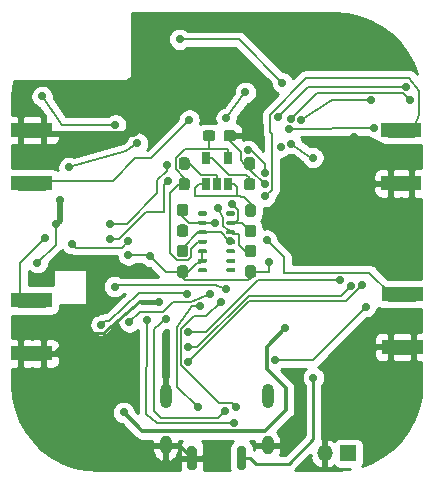
<source format=gbr>
G04 #@! TF.GenerationSoftware,KiCad,Pcbnew,(5.1.6-0-10_14)*
G04 #@! TF.CreationDate,2020-09-27T10:59:16+08:00*
G04 #@! TF.ProjectId,Watch_F4,57617463-685f-4463-942e-6b696361645f,rev?*
G04 #@! TF.SameCoordinates,Original*
G04 #@! TF.FileFunction,Copper,L2,Bot*
G04 #@! TF.FilePolarity,Positive*
%FSLAX46Y46*%
G04 Gerber Fmt 4.6, Leading zero omitted, Abs format (unit mm)*
G04 Created by KiCad (PCBNEW (5.1.6-0-10_14)) date 2020-09-27 10:59:16*
%MOMM*%
%LPD*%
G01*
G04 APERTURE LIST*
G04 #@! TA.AperFunction,ComponentPad*
%ADD10O,1.000000X1.600000*%
G04 #@! TD*
G04 #@! TA.AperFunction,ComponentPad*
%ADD11O,1.000000X2.100000*%
G04 #@! TD*
G04 #@! TA.AperFunction,SMDPad,CuDef*
%ADD12R,1.550000X1.300000*%
G04 #@! TD*
G04 #@! TA.AperFunction,SMDPad,CuDef*
%ADD13R,0.650000X1.060000*%
G04 #@! TD*
G04 #@! TA.AperFunction,ComponentPad*
%ADD14O,1.350000X1.350000*%
G04 #@! TD*
G04 #@! TA.AperFunction,ComponentPad*
%ADD15R,1.350000X1.350000*%
G04 #@! TD*
G04 #@! TA.AperFunction,ViaPad*
%ADD16C,0.700000*%
G04 #@! TD*
G04 #@! TA.AperFunction,Conductor*
%ADD17C,0.200000*%
G04 #@! TD*
G04 #@! TA.AperFunction,Conductor*
%ADD18C,0.250000*%
G04 #@! TD*
G04 #@! TA.AperFunction,Conductor*
%ADD19C,0.500000*%
G04 #@! TD*
G04 #@! TA.AperFunction,Conductor*
%ADD20C,1.300000*%
G04 #@! TD*
G04 #@! TA.AperFunction,Conductor*
%ADD21C,0.350000*%
G04 #@! TD*
G04 #@! TA.AperFunction,Conductor*
%ADD22C,0.254000*%
G04 #@! TD*
G04 APERTURE END LIST*
D10*
X152320000Y-123225000D03*
X143680000Y-123225000D03*
D11*
X152320000Y-119045000D03*
X143680000Y-119045000D03*
G04 #@! TA.AperFunction,SMDPad,CuDef*
G36*
G01*
X147885000Y-96772500D02*
X147885000Y-97247500D01*
G75*
G02*
X147647500Y-97485000I-237500J0D01*
G01*
X147072500Y-97485000D01*
G75*
G02*
X146835000Y-97247500I0J237500D01*
G01*
X146835000Y-96772500D01*
G75*
G02*
X147072500Y-96535000I237500J0D01*
G01*
X147647500Y-96535000D01*
G75*
G02*
X147885000Y-96772500I0J-237500D01*
G01*
G37*
G04 #@! TD.AperFunction*
G04 #@! TA.AperFunction,SMDPad,CuDef*
G36*
G01*
X149635000Y-96772500D02*
X149635000Y-97247500D01*
G75*
G02*
X149397500Y-97485000I-237500J0D01*
G01*
X148822500Y-97485000D01*
G75*
G02*
X148585000Y-97247500I0J237500D01*
G01*
X148585000Y-96772500D01*
G75*
G02*
X148822500Y-96535000I237500J0D01*
G01*
X149397500Y-96535000D01*
G75*
G02*
X149635000Y-96772500I0J-237500D01*
G01*
G37*
G04 #@! TD.AperFunction*
G04 #@! TA.AperFunction,SMDPad,CuDef*
G36*
G01*
X150500000Y-123500000D02*
X150500000Y-125100000D01*
G75*
G02*
X150300000Y-125300000I-200000J0D01*
G01*
X149900000Y-125300000D01*
G75*
G02*
X149700000Y-125100000I0J200000D01*
G01*
X149700000Y-123500000D01*
G75*
G02*
X149900000Y-123300000I200000J0D01*
G01*
X150300000Y-123300000D01*
G75*
G02*
X150500000Y-123500000I0J-200000D01*
G01*
G37*
G04 #@! TD.AperFunction*
G04 #@! TA.AperFunction,SMDPad,CuDef*
G36*
G01*
X146300000Y-123500000D02*
X146300000Y-125100000D01*
G75*
G02*
X146100000Y-125300000I-200000J0D01*
G01*
X145700000Y-125300000D01*
G75*
G02*
X145500000Y-125100000I0J200000D01*
G01*
X145500000Y-123500000D01*
G75*
G02*
X145700000Y-123300000I200000J0D01*
G01*
X146100000Y-123300000D01*
G75*
G02*
X146300000Y-123500000I0J-200000D01*
G01*
G37*
G04 #@! TD.AperFunction*
D12*
X133330000Y-110950000D03*
X133330000Y-115450000D03*
X131370000Y-115450000D03*
X131370000Y-110950000D03*
X164508000Y-96550000D03*
X164508000Y-101050000D03*
X162690000Y-101050000D03*
X162690000Y-96550000D03*
X164700000Y-110400000D03*
X164700000Y-114900000D03*
X162740000Y-114900000D03*
X162740000Y-110400000D03*
X131370000Y-101050000D03*
X131370000Y-96550000D03*
X133330000Y-96550000D03*
X133330000Y-101050000D03*
D13*
X148970000Y-98895000D03*
X147070000Y-98895000D03*
X147070000Y-101095000D03*
X148020000Y-101095000D03*
X148970000Y-101095000D03*
G04 #@! TA.AperFunction,SMDPad,CuDef*
G36*
G01*
X145012500Y-100595000D02*
X145487500Y-100595000D01*
G75*
G02*
X145725000Y-100832500I0J-237500D01*
G01*
X145725000Y-101407500D01*
G75*
G02*
X145487500Y-101645000I-237500J0D01*
G01*
X145012500Y-101645000D01*
G75*
G02*
X144775000Y-101407500I0J237500D01*
G01*
X144775000Y-100832500D01*
G75*
G02*
X145012500Y-100595000I237500J0D01*
G01*
G37*
G04 #@! TD.AperFunction*
G04 #@! TA.AperFunction,SMDPad,CuDef*
G36*
G01*
X145012500Y-98845000D02*
X145487500Y-98845000D01*
G75*
G02*
X145725000Y-99082500I0J-237500D01*
G01*
X145725000Y-99657500D01*
G75*
G02*
X145487500Y-99895000I-237500J0D01*
G01*
X145012500Y-99895000D01*
G75*
G02*
X144775000Y-99657500I0J237500D01*
G01*
X144775000Y-99082500D01*
G75*
G02*
X145012500Y-98845000I237500J0D01*
G01*
G37*
G04 #@! TD.AperFunction*
G04 #@! TA.AperFunction,SMDPad,CuDef*
G36*
G01*
X150552500Y-100595000D02*
X151027500Y-100595000D01*
G75*
G02*
X151265000Y-100832500I0J-237500D01*
G01*
X151265000Y-101407500D01*
G75*
G02*
X151027500Y-101645000I-237500J0D01*
G01*
X150552500Y-101645000D01*
G75*
G02*
X150315000Y-101407500I0J237500D01*
G01*
X150315000Y-100832500D01*
G75*
G02*
X150552500Y-100595000I237500J0D01*
G01*
G37*
G04 #@! TD.AperFunction*
G04 #@! TA.AperFunction,SMDPad,CuDef*
G36*
G01*
X150552500Y-98845000D02*
X151027500Y-98845000D01*
G75*
G02*
X151265000Y-99082500I0J-237500D01*
G01*
X151265000Y-99657500D01*
G75*
G02*
X151027500Y-99895000I-237500J0D01*
G01*
X150552500Y-99895000D01*
G75*
G02*
X150315000Y-99657500I0J237500D01*
G01*
X150315000Y-99082500D01*
G75*
G02*
X150552500Y-98845000I237500J0D01*
G01*
G37*
G04 #@! TD.AperFunction*
G04 #@! TA.AperFunction,SMDPad,CuDef*
G36*
G01*
X145347500Y-103825000D02*
X144872500Y-103825000D01*
G75*
G02*
X144635000Y-103587500I0J237500D01*
G01*
X144635000Y-103012500D01*
G75*
G02*
X144872500Y-102775000I237500J0D01*
G01*
X145347500Y-102775000D01*
G75*
G02*
X145585000Y-103012500I0J-237500D01*
G01*
X145585000Y-103587500D01*
G75*
G02*
X145347500Y-103825000I-237500J0D01*
G01*
G37*
G04 #@! TD.AperFunction*
G04 #@! TA.AperFunction,SMDPad,CuDef*
G36*
G01*
X145347500Y-105575000D02*
X144872500Y-105575000D01*
G75*
G02*
X144635000Y-105337500I0J237500D01*
G01*
X144635000Y-104762500D01*
G75*
G02*
X144872500Y-104525000I237500J0D01*
G01*
X145347500Y-104525000D01*
G75*
G02*
X145585000Y-104762500I0J-237500D01*
G01*
X145585000Y-105337500D01*
G75*
G02*
X145347500Y-105575000I-237500J0D01*
G01*
G37*
G04 #@! TD.AperFunction*
G04 #@! TA.AperFunction,SMDPad,CuDef*
G36*
G01*
X150632500Y-104570000D02*
X151107500Y-104570000D01*
G75*
G02*
X151345000Y-104807500I0J-237500D01*
G01*
X151345000Y-105382500D01*
G75*
G02*
X151107500Y-105620000I-237500J0D01*
G01*
X150632500Y-105620000D01*
G75*
G02*
X150395000Y-105382500I0J237500D01*
G01*
X150395000Y-104807500D01*
G75*
G02*
X150632500Y-104570000I237500J0D01*
G01*
G37*
G04 #@! TD.AperFunction*
G04 #@! TA.AperFunction,SMDPad,CuDef*
G36*
G01*
X150632500Y-102820000D02*
X151107500Y-102820000D01*
G75*
G02*
X151345000Y-103057500I0J-237500D01*
G01*
X151345000Y-103632500D01*
G75*
G02*
X151107500Y-103870000I-237500J0D01*
G01*
X150632500Y-103870000D01*
G75*
G02*
X150395000Y-103632500I0J237500D01*
G01*
X150395000Y-103057500D01*
G75*
G02*
X150632500Y-102820000I237500J0D01*
G01*
G37*
G04 #@! TD.AperFunction*
G04 #@! TA.AperFunction,SMDPad,CuDef*
G36*
G01*
X151107500Y-107290000D02*
X150632500Y-107290000D01*
G75*
G02*
X150395000Y-107052500I0J237500D01*
G01*
X150395000Y-106477500D01*
G75*
G02*
X150632500Y-106240000I237500J0D01*
G01*
X151107500Y-106240000D01*
G75*
G02*
X151345000Y-106477500I0J-237500D01*
G01*
X151345000Y-107052500D01*
G75*
G02*
X151107500Y-107290000I-237500J0D01*
G01*
G37*
G04 #@! TD.AperFunction*
G04 #@! TA.AperFunction,SMDPad,CuDef*
G36*
G01*
X151107500Y-109040000D02*
X150632500Y-109040000D01*
G75*
G02*
X150395000Y-108802500I0J237500D01*
G01*
X150395000Y-108227500D01*
G75*
G02*
X150632500Y-107990000I237500J0D01*
G01*
X151107500Y-107990000D01*
G75*
G02*
X151345000Y-108227500I0J-237500D01*
G01*
X151345000Y-108802500D01*
G75*
G02*
X151107500Y-109040000I-237500J0D01*
G01*
G37*
G04 #@! TD.AperFunction*
D14*
X157150000Y-123900000D03*
D15*
X159150000Y-123900000D03*
G04 #@! TA.AperFunction,SMDPad,CuDef*
G36*
G01*
X147175000Y-103512500D02*
X147175000Y-103687500D01*
G75*
G02*
X147087500Y-103775000I-87500J0D01*
G01*
X146512500Y-103775000D01*
G75*
G02*
X146425000Y-103687500I0J87500D01*
G01*
X146425000Y-103512500D01*
G75*
G02*
X146512500Y-103425000I87500J0D01*
G01*
X147087500Y-103425000D01*
G75*
G02*
X147175000Y-103512500I0J-87500D01*
G01*
G37*
G04 #@! TD.AperFunction*
G04 #@! TA.AperFunction,SMDPad,CuDef*
G36*
G01*
X147175000Y-104312500D02*
X147175000Y-104487500D01*
G75*
G02*
X147087500Y-104575000I-87500J0D01*
G01*
X146512500Y-104575000D01*
G75*
G02*
X146425000Y-104487500I0J87500D01*
G01*
X146425000Y-104312500D01*
G75*
G02*
X146512500Y-104225000I87500J0D01*
G01*
X147087500Y-104225000D01*
G75*
G02*
X147175000Y-104312500I0J-87500D01*
G01*
G37*
G04 #@! TD.AperFunction*
G04 #@! TA.AperFunction,SMDPad,CuDef*
G36*
G01*
X147175000Y-105112500D02*
X147175000Y-105287500D01*
G75*
G02*
X147087500Y-105375000I-87500J0D01*
G01*
X146512500Y-105375000D01*
G75*
G02*
X146425000Y-105287500I0J87500D01*
G01*
X146425000Y-105112500D01*
G75*
G02*
X146512500Y-105025000I87500J0D01*
G01*
X147087500Y-105025000D01*
G75*
G02*
X147175000Y-105112500I0J-87500D01*
G01*
G37*
G04 #@! TD.AperFunction*
G04 #@! TA.AperFunction,SMDPad,CuDef*
G36*
G01*
X147175000Y-105912500D02*
X147175000Y-106087500D01*
G75*
G02*
X147087500Y-106175000I-87500J0D01*
G01*
X146512500Y-106175000D01*
G75*
G02*
X146425000Y-106087500I0J87500D01*
G01*
X146425000Y-105912500D01*
G75*
G02*
X146512500Y-105825000I87500J0D01*
G01*
X147087500Y-105825000D01*
G75*
G02*
X147175000Y-105912500I0J-87500D01*
G01*
G37*
G04 #@! TD.AperFunction*
G04 #@! TA.AperFunction,SMDPad,CuDef*
G36*
G01*
X147175000Y-106712500D02*
X147175000Y-106887500D01*
G75*
G02*
X147087500Y-106975000I-87500J0D01*
G01*
X146512500Y-106975000D01*
G75*
G02*
X146425000Y-106887500I0J87500D01*
G01*
X146425000Y-106712500D01*
G75*
G02*
X146512500Y-106625000I87500J0D01*
G01*
X147087500Y-106625000D01*
G75*
G02*
X147175000Y-106712500I0J-87500D01*
G01*
G37*
G04 #@! TD.AperFunction*
G04 #@! TA.AperFunction,SMDPad,CuDef*
G36*
G01*
X147175000Y-107512500D02*
X147175000Y-107687500D01*
G75*
G02*
X147087500Y-107775000I-87500J0D01*
G01*
X146512500Y-107775000D01*
G75*
G02*
X146425000Y-107687500I0J87500D01*
G01*
X146425000Y-107512500D01*
G75*
G02*
X146512500Y-107425000I87500J0D01*
G01*
X147087500Y-107425000D01*
G75*
G02*
X147175000Y-107512500I0J-87500D01*
G01*
G37*
G04 #@! TD.AperFunction*
G04 #@! TA.AperFunction,SMDPad,CuDef*
G36*
G01*
X147175000Y-108312500D02*
X147175000Y-108487500D01*
G75*
G02*
X147087500Y-108575000I-87500J0D01*
G01*
X146512500Y-108575000D01*
G75*
G02*
X146425000Y-108487500I0J87500D01*
G01*
X146425000Y-108312500D01*
G75*
G02*
X146512500Y-108225000I87500J0D01*
G01*
X147087500Y-108225000D01*
G75*
G02*
X147175000Y-108312500I0J-87500D01*
G01*
G37*
G04 #@! TD.AperFunction*
G04 #@! TA.AperFunction,SMDPad,CuDef*
G36*
G01*
X149575000Y-108312500D02*
X149575000Y-108487500D01*
G75*
G02*
X149487500Y-108575000I-87500J0D01*
G01*
X148912500Y-108575000D01*
G75*
G02*
X148825000Y-108487500I0J87500D01*
G01*
X148825000Y-108312500D01*
G75*
G02*
X148912500Y-108225000I87500J0D01*
G01*
X149487500Y-108225000D01*
G75*
G02*
X149575000Y-108312500I0J-87500D01*
G01*
G37*
G04 #@! TD.AperFunction*
G04 #@! TA.AperFunction,SMDPad,CuDef*
G36*
G01*
X149575000Y-107512500D02*
X149575000Y-107687500D01*
G75*
G02*
X149487500Y-107775000I-87500J0D01*
G01*
X148912500Y-107775000D01*
G75*
G02*
X148825000Y-107687500I0J87500D01*
G01*
X148825000Y-107512500D01*
G75*
G02*
X148912500Y-107425000I87500J0D01*
G01*
X149487500Y-107425000D01*
G75*
G02*
X149575000Y-107512500I0J-87500D01*
G01*
G37*
G04 #@! TD.AperFunction*
G04 #@! TA.AperFunction,SMDPad,CuDef*
G36*
G01*
X149575000Y-106712500D02*
X149575000Y-106887500D01*
G75*
G02*
X149487500Y-106975000I-87500J0D01*
G01*
X148912500Y-106975000D01*
G75*
G02*
X148825000Y-106887500I0J87500D01*
G01*
X148825000Y-106712500D01*
G75*
G02*
X148912500Y-106625000I87500J0D01*
G01*
X149487500Y-106625000D01*
G75*
G02*
X149575000Y-106712500I0J-87500D01*
G01*
G37*
G04 #@! TD.AperFunction*
G04 #@! TA.AperFunction,SMDPad,CuDef*
G36*
G01*
X149575000Y-105912500D02*
X149575000Y-106087500D01*
G75*
G02*
X149487500Y-106175000I-87500J0D01*
G01*
X148912500Y-106175000D01*
G75*
G02*
X148825000Y-106087500I0J87500D01*
G01*
X148825000Y-105912500D01*
G75*
G02*
X148912500Y-105825000I87500J0D01*
G01*
X149487500Y-105825000D01*
G75*
G02*
X149575000Y-105912500I0J-87500D01*
G01*
G37*
G04 #@! TD.AperFunction*
G04 #@! TA.AperFunction,SMDPad,CuDef*
G36*
G01*
X149575000Y-105112500D02*
X149575000Y-105287500D01*
G75*
G02*
X149487500Y-105375000I-87500J0D01*
G01*
X148912500Y-105375000D01*
G75*
G02*
X148825000Y-105287500I0J87500D01*
G01*
X148825000Y-105112500D01*
G75*
G02*
X148912500Y-105025000I87500J0D01*
G01*
X149487500Y-105025000D01*
G75*
G02*
X149575000Y-105112500I0J-87500D01*
G01*
G37*
G04 #@! TD.AperFunction*
G04 #@! TA.AperFunction,SMDPad,CuDef*
G36*
G01*
X149575000Y-104312500D02*
X149575000Y-104487500D01*
G75*
G02*
X149487500Y-104575000I-87500J0D01*
G01*
X148912500Y-104575000D01*
G75*
G02*
X148825000Y-104487500I0J87500D01*
G01*
X148825000Y-104312500D01*
G75*
G02*
X148912500Y-104225000I87500J0D01*
G01*
X149487500Y-104225000D01*
G75*
G02*
X149575000Y-104312500I0J-87500D01*
G01*
G37*
G04 #@! TD.AperFunction*
G04 #@! TA.AperFunction,SMDPad,CuDef*
G36*
G01*
X149575000Y-103512500D02*
X149575000Y-103687500D01*
G75*
G02*
X149487500Y-103775000I-87500J0D01*
G01*
X148912500Y-103775000D01*
G75*
G02*
X148825000Y-103687500I0J87500D01*
G01*
X148825000Y-103512500D01*
G75*
G02*
X148912500Y-103425000I87500J0D01*
G01*
X149487500Y-103425000D01*
G75*
G02*
X149575000Y-103512500I0J-87500D01*
G01*
G37*
G04 #@! TD.AperFunction*
G04 #@! TA.AperFunction,SMDPad,CuDef*
G36*
G01*
X145357500Y-107295000D02*
X144882500Y-107295000D01*
G75*
G02*
X144645000Y-107057500I0J237500D01*
G01*
X144645000Y-106482500D01*
G75*
G02*
X144882500Y-106245000I237500J0D01*
G01*
X145357500Y-106245000D01*
G75*
G02*
X145595000Y-106482500I0J-237500D01*
G01*
X145595000Y-107057500D01*
G75*
G02*
X145357500Y-107295000I-237500J0D01*
G01*
G37*
G04 #@! TD.AperFunction*
G04 #@! TA.AperFunction,SMDPad,CuDef*
G36*
G01*
X145357500Y-109045000D02*
X144882500Y-109045000D01*
G75*
G02*
X144645000Y-108807500I0J237500D01*
G01*
X144645000Y-108232500D01*
G75*
G02*
X144882500Y-107995000I237500J0D01*
G01*
X145357500Y-107995000D01*
G75*
G02*
X145595000Y-108232500I0J-237500D01*
G01*
X145595000Y-108807500D01*
G75*
G02*
X145357500Y-109045000I-237500J0D01*
G01*
G37*
G04 #@! TD.AperFunction*
D16*
X143860000Y-89400000D03*
X149158000Y-105958000D03*
X150790000Y-99370000D03*
X148020000Y-101095000D03*
X143120000Y-94200000D03*
X135455000Y-113750000D03*
X137840000Y-111990000D03*
X152100000Y-101080000D03*
X145250000Y-99370000D03*
X159640000Y-97140000D03*
X160035000Y-104570000D03*
X155790000Y-87200000D03*
X133550000Y-115450000D03*
X162690000Y-114900000D03*
X137650000Y-122350000D03*
X143080000Y-111090000D03*
X161090000Y-94020000D03*
X156155000Y-98870000D03*
X154320000Y-97690000D03*
X155160000Y-95690000D03*
X142100000Y-112650000D03*
X149450000Y-121350000D03*
X143700000Y-112500000D03*
X148700000Y-120300000D03*
X145100000Y-105100000D03*
X134760000Y-102490000D03*
X134360000Y-104510000D03*
X152080000Y-100130000D03*
X152427500Y-107677500D03*
X150650000Y-98250000D03*
X148970000Y-101095000D03*
X150870000Y-103345000D03*
X140510000Y-107120000D03*
X142390000Y-107230000D03*
X132830000Y-107760000D03*
X140125000Y-120445000D03*
X153830000Y-113310000D03*
X148800000Y-95520000D03*
X150440000Y-93340000D03*
X140610001Y-112780000D03*
X147400000Y-110400000D03*
X139360000Y-109780000D03*
X148762357Y-109962357D03*
X145600000Y-113650000D03*
X153440000Y-97960000D03*
X161290000Y-96370000D03*
X154090000Y-96420000D03*
X158442831Y-109257169D03*
X145600000Y-116150000D03*
X153200000Y-95400000D03*
X164050000Y-92850000D03*
X160300000Y-109650000D03*
X145600000Y-114900000D03*
X154314751Y-95600250D03*
X164350000Y-94000000D03*
X159350000Y-109750000D03*
X143911778Y-100818088D03*
X138930000Y-105765000D03*
X135500000Y-99700000D03*
X141300000Y-97630000D03*
X143780000Y-99470000D03*
X138930000Y-104495000D03*
X148140000Y-103170000D03*
X149340000Y-102810000D03*
X147830000Y-104370000D03*
X139430000Y-96080000D03*
X133220000Y-93680000D03*
X160650000Y-111500000D03*
X152900000Y-116000000D03*
X156200000Y-117500000D03*
X145680000Y-95680000D03*
X133500000Y-105660000D03*
X135720000Y-106150000D03*
X140510000Y-105960000D03*
X152240000Y-105850000D03*
X152120000Y-102150000D03*
X144860000Y-88850000D03*
X153550000Y-92530000D03*
X138200000Y-113030000D03*
X145489851Y-110411394D03*
X149650000Y-119950000D03*
X148350000Y-111050000D03*
X146400000Y-120000000D03*
X146600000Y-111400000D03*
D17*
X146425000Y-105200000D02*
X146800000Y-105200000D01*
X145120000Y-106505000D02*
X146425000Y-105200000D01*
X145120000Y-106770000D02*
X145120000Y-106505000D01*
X149025000Y-105825000D02*
X149158000Y-105958000D01*
X148972686Y-105825000D02*
X149025000Y-105825000D01*
X148347686Y-105200000D02*
X148972686Y-105825000D01*
X146800000Y-105200000D02*
X148347686Y-105200000D01*
X149158000Y-105958000D02*
X149200000Y-106000000D01*
X147969999Y-100314999D02*
X148020000Y-100365000D01*
X146669999Y-100314999D02*
X147969999Y-100314999D01*
X148020000Y-100365000D02*
X148020000Y-101095000D01*
X145725000Y-99370000D02*
X146669999Y-100314999D01*
X145250000Y-99370000D02*
X145725000Y-99370000D01*
D18*
X135455000Y-114225000D02*
X134230000Y-115450000D01*
X134230000Y-115450000D02*
X133550000Y-115450000D01*
X135455000Y-113750000D02*
X135455000Y-114225000D01*
X136080000Y-113750000D02*
X135455000Y-113750000D01*
X137840000Y-111990000D02*
X136080000Y-113750000D01*
D17*
X162660000Y-115420000D02*
X162690000Y-115450000D01*
X150790000Y-99895000D02*
X150790000Y-99370000D01*
X152100000Y-101080000D02*
X150790000Y-99895000D01*
X164650000Y-113673532D02*
X164688766Y-113634766D01*
X164650000Y-115450000D02*
X164650000Y-113673532D01*
X160894000Y-97140000D02*
X159640000Y-97140000D01*
X164592000Y-99060000D02*
X160894000Y-97140000D01*
X164592000Y-101092000D02*
X164592000Y-99060000D01*
D19*
X133679999Y-96769997D02*
X133330000Y-96419998D01*
X133740003Y-96830001D02*
X133679999Y-96769997D01*
X140984973Y-96830001D02*
X133740003Y-96830001D01*
X143120000Y-94694974D02*
X140984973Y-96830001D01*
X143120000Y-94200000D02*
X143120000Y-94694974D01*
X143860000Y-93460000D02*
X143120000Y-94200000D01*
X143860000Y-89400000D02*
X143860000Y-93460000D01*
D17*
X161715000Y-101050000D02*
X160035000Y-102730000D01*
X160035000Y-102730000D02*
X160035000Y-104570000D01*
X162690000Y-101050000D02*
X161715000Y-101050000D01*
D18*
X138405002Y-113750000D02*
X135455000Y-113750000D01*
X141470000Y-111020000D02*
X138405002Y-113750000D01*
D17*
X150049999Y-99104999D02*
X150315000Y-99370000D01*
X150049999Y-98424999D02*
X150049999Y-99104999D01*
X150315000Y-99370000D02*
X150790000Y-99370000D01*
X149110000Y-97485000D02*
X150049999Y-98424999D01*
X149110000Y-97010000D02*
X149110000Y-97485000D01*
D20*
X131370000Y-115450000D02*
X133330000Y-115450000D01*
X131370000Y-96550000D02*
X133330000Y-96550000D01*
X162690000Y-101050000D02*
X164508000Y-101050000D01*
D18*
X133550000Y-115450000D02*
X133330000Y-115450000D01*
D19*
X135455000Y-120155000D02*
X137650000Y-122350000D01*
X135455000Y-113750000D02*
X135455000Y-120155000D01*
D20*
X162690000Y-114900000D02*
X164700000Y-114900000D01*
D17*
X142865000Y-111000000D02*
X141460000Y-111000000D01*
X143080000Y-111090000D02*
X142865000Y-111000000D01*
D18*
X144825000Y-123225000D02*
X145900000Y-124300000D01*
X143680000Y-123225000D02*
X144825000Y-123225000D01*
D17*
X155980000Y-98870000D02*
X156155000Y-98870000D01*
X154320000Y-97690000D02*
X155980000Y-98870000D01*
X155160000Y-95690000D02*
X157750000Y-94020000D01*
X157750000Y-94020000D02*
X161090000Y-94020000D01*
X149450000Y-121350000D02*
X142950000Y-121360331D01*
X142950000Y-121360331D02*
X142050000Y-120600000D01*
X142050000Y-120600000D02*
X142100000Y-112650000D01*
X142700000Y-113400000D02*
X143700000Y-112500000D01*
X142700000Y-120300000D02*
X142700000Y-113400000D01*
X143300000Y-120900001D02*
X142700000Y-120300000D01*
X148099999Y-120900001D02*
X143300000Y-120900001D01*
X148700000Y-120300000D02*
X148099999Y-120900001D01*
X150910000Y-102775000D02*
X150910000Y-103300000D01*
X150305000Y-102170000D02*
X150910000Y-102775000D01*
X149760000Y-101360000D02*
X149760000Y-102120000D01*
X149495000Y-101095000D02*
X149760000Y-101360000D01*
X148970000Y-101095000D02*
X149495000Y-101095000D01*
X149760000Y-102120000D02*
X150305000Y-102170000D01*
X146200000Y-101440000D02*
X146200000Y-102140000D01*
X146545000Y-101095000D02*
X146200000Y-101440000D01*
X147070000Y-101095000D02*
X146545000Y-101095000D01*
X146200000Y-102140000D02*
X149760000Y-102120000D01*
D19*
X134760000Y-104260000D02*
X134760000Y-102490000D01*
X134360000Y-104510000D02*
X134760000Y-104260000D01*
D17*
X152080000Y-99445556D02*
X152080000Y-100130000D01*
X150884444Y-98250000D02*
X152080000Y-99445556D01*
X150650000Y-98250000D02*
X150884444Y-98250000D01*
X142280000Y-107120000D02*
X142390000Y-107230000D01*
X140510000Y-107120000D02*
X142280000Y-107120000D01*
X134360000Y-106230000D02*
X134360000Y-104510000D01*
X132830000Y-107760000D02*
X134360000Y-106230000D01*
X143680000Y-108520000D02*
X145120000Y-108520000D01*
X142390000Y-107230000D02*
X143680000Y-108520000D01*
X146800000Y-106800000D02*
X146800000Y-107600000D01*
X146340000Y-107775000D02*
X145595000Y-108520000D01*
X146625000Y-107775000D02*
X146340000Y-107775000D01*
X145595000Y-108520000D02*
X145120000Y-108520000D01*
X146800000Y-107600000D02*
X146625000Y-107775000D01*
X152427500Y-107677500D02*
X152427500Y-108487500D01*
X152400000Y-108515000D02*
X150870000Y-108515000D01*
X152427500Y-108487500D02*
X152400000Y-108515000D01*
X145120000Y-109045000D02*
X145295000Y-109220000D01*
X145120000Y-108520000D02*
X145120000Y-109045000D01*
X150870000Y-109040000D02*
X150870000Y-108515000D01*
X150690000Y-109220000D02*
X150870000Y-109040000D01*
X145295000Y-109220000D02*
X150690000Y-109220000D01*
D21*
X152074999Y-122025001D02*
X153850000Y-120250000D01*
X141705001Y-122025001D02*
X152074999Y-122025001D01*
X140125000Y-120445000D02*
X141705001Y-122025001D01*
X152224999Y-114915001D02*
X152224999Y-116774999D01*
X153830000Y-113310000D02*
X152224999Y-114915001D01*
X153850000Y-118400000D02*
X153850000Y-120250000D01*
X152224999Y-116774999D02*
X153850000Y-118400000D01*
D17*
X150440000Y-93340000D02*
X148800000Y-95520000D01*
X141490002Y-111899999D02*
X140610001Y-112780000D01*
X143450001Y-111899999D02*
X141490002Y-111899999D01*
X144300000Y-111050000D02*
X143450001Y-111899999D01*
X145800000Y-111050000D02*
X144300000Y-111050000D01*
X147400000Y-110400000D02*
X145800000Y-111050000D01*
X139450009Y-109689991D02*
X139360000Y-109780000D01*
X147890248Y-109689991D02*
X139450009Y-109689991D01*
X148762357Y-109962357D02*
X147890248Y-109689991D01*
X154090000Y-96420000D02*
X161290000Y-96370000D01*
X151502855Y-109257169D02*
X158442831Y-109257169D01*
X147110024Y-113650000D02*
X151502855Y-109257169D01*
X145600000Y-113650000D02*
X147110024Y-113650000D01*
X155750000Y-92850000D02*
X164050000Y-92850000D01*
X153200000Y-95400000D02*
X155750000Y-92850000D01*
X145600000Y-116150000D02*
X150750000Y-111000000D01*
X158950000Y-111000000D02*
X160300000Y-109650000D01*
X150750000Y-111000000D02*
X158950000Y-111000000D01*
X163769999Y-93419999D02*
X164350000Y-94000000D01*
X156495002Y-93419999D02*
X163769999Y-93419999D01*
X154314751Y-95600250D02*
X156495002Y-93419999D01*
X146355012Y-114900000D02*
X150705012Y-110550000D01*
X145600000Y-114900000D02*
X146355012Y-114900000D01*
X158550000Y-110550000D02*
X159350000Y-109750000D01*
X150705012Y-110550000D02*
X158550000Y-110550000D01*
X143561779Y-101168087D02*
X143561779Y-103468221D01*
X143911778Y-100818088D02*
X143561779Y-101168087D01*
X139696998Y-105765000D02*
X138930000Y-105765000D01*
X141993777Y-103468221D02*
X139696998Y-105765000D01*
X143561779Y-103468221D02*
X141993777Y-103468221D01*
X141300000Y-97630000D02*
X140363430Y-98336570D01*
X140363430Y-98336570D02*
X135500000Y-99700000D01*
X143780000Y-99964974D02*
X142990000Y-100754974D01*
X143780000Y-99470000D02*
X143780000Y-99964974D01*
X140383396Y-104495000D02*
X138930000Y-104495000D01*
X142990000Y-101888396D02*
X140383396Y-104495000D01*
X142990000Y-100754974D02*
X142990000Y-101888396D01*
X144775000Y-101120000D02*
X145250000Y-101120000D01*
X144034980Y-101860020D02*
X144775000Y-101120000D01*
X144034980Y-106899424D02*
X144034980Y-101860020D01*
X144680566Y-107545010D02*
X144034980Y-106899424D01*
X145845010Y-106579990D02*
X145845010Y-107259434D01*
X145845010Y-107259434D02*
X145559434Y-107545010D01*
X146425000Y-106000000D02*
X145845010Y-106579990D01*
X145559434Y-107545010D02*
X144680566Y-107545010D01*
X146800000Y-106000000D02*
X146425000Y-106000000D01*
X148970000Y-98165000D02*
X148970000Y-98895000D01*
X144524990Y-98880566D02*
X145290557Y-98114999D01*
X148919999Y-98114999D02*
X148970000Y-98165000D01*
X145290557Y-98114999D02*
X148919999Y-98114999D01*
X144524990Y-99869990D02*
X144524990Y-98880566D01*
X145250000Y-100595000D02*
X144524990Y-99869990D01*
X145250000Y-101120000D02*
X145250000Y-100595000D01*
X147360000Y-97010000D02*
X147360000Y-98114999D01*
X149375000Y-105375000D02*
X149925000Y-105375000D01*
X149200000Y-105200000D02*
X149375000Y-105375000D01*
X149925000Y-106295000D02*
X150395000Y-106765000D01*
X150395000Y-106765000D02*
X150870000Y-106765000D01*
X149925000Y-105375000D02*
X149925000Y-106295000D01*
X149025000Y-105025000D02*
X149200000Y-105200000D01*
X148972686Y-105025000D02*
X149025000Y-105025000D01*
X148574990Y-104627304D02*
X148972686Y-105025000D01*
X148574990Y-104004990D02*
X148574990Y-104627304D01*
X148140000Y-103170000D02*
X148574990Y-104004990D01*
X150175000Y-104400000D02*
X149200000Y-104400000D01*
X150870000Y-105095000D02*
X150175000Y-104400000D01*
X149825010Y-103295010D02*
X149340000Y-102810000D01*
X149575000Y-104400000D02*
X149825010Y-104149990D01*
X149825010Y-104149990D02*
X149825010Y-103295010D01*
X149200000Y-104400000D02*
X149575000Y-104400000D01*
X146425000Y-104400000D02*
X146800000Y-104400000D01*
X145685000Y-104400000D02*
X146425000Y-104400000D01*
X145110000Y-103825000D02*
X145685000Y-104400000D01*
X145110000Y-103300000D02*
X145110000Y-103825000D01*
X147800000Y-104400000D02*
X147830000Y-104370000D01*
X146800000Y-104400000D02*
X147800000Y-104400000D01*
X134880000Y-96090000D02*
X133220000Y-93680000D01*
X139430000Y-96080000D02*
X134880000Y-96090000D01*
X156165000Y-115985000D02*
X160650000Y-111500000D01*
X152900000Y-116000000D02*
X156165000Y-115985000D01*
D18*
X150100000Y-124300000D02*
X150800000Y-124300000D01*
X150800000Y-124300000D02*
X151300000Y-124800000D01*
X151300000Y-124800000D02*
X154100000Y-124800000D01*
X156200000Y-122700000D02*
X156200000Y-117500000D01*
X154100000Y-124800000D02*
X156200000Y-122700000D01*
D17*
X133520000Y-100860000D02*
X133330000Y-101050000D01*
X139260000Y-100850000D02*
X133520000Y-100860000D01*
X141113429Y-98936571D02*
X139250000Y-100850000D01*
X142423429Y-98936571D02*
X141113429Y-98936571D01*
X145680000Y-95680000D02*
X142423429Y-98936571D01*
D20*
X131370000Y-101050000D02*
X133330000Y-101050000D01*
D17*
X131370000Y-107790000D02*
X133500000Y-105660000D01*
X131370000Y-110950000D02*
X131370000Y-107790000D01*
X139970001Y-106499999D02*
X140510000Y-105960000D01*
X136069999Y-106499999D02*
X139970001Y-106499999D01*
X135720000Y-106150000D02*
X136069999Y-106499999D01*
D20*
X131370000Y-110950000D02*
X133330000Y-110950000D01*
X162690000Y-110400000D02*
X164650000Y-110400000D01*
D17*
X152240000Y-105850000D02*
X153700000Y-107310000D01*
X153700000Y-107310000D02*
X153700000Y-108600000D01*
X160940000Y-108600000D02*
X162740000Y-110400000D01*
X153700000Y-108600000D02*
X160940000Y-108600000D01*
X164633000Y-96550000D02*
X164508000Y-96550000D01*
X165110000Y-95260000D02*
X164633000Y-96550000D01*
X165100000Y-93218000D02*
X165110000Y-95260000D01*
X164320000Y-92110000D02*
X165100000Y-93218000D01*
X155530000Y-92120000D02*
X164320000Y-92110000D01*
X152500000Y-95220000D02*
X155530000Y-92120000D01*
X152556565Y-96738309D02*
X152500000Y-95220000D01*
X152700001Y-96881745D02*
X152556565Y-96738309D01*
X152700001Y-101569999D02*
X152700001Y-96881745D01*
X152120000Y-102150000D02*
X152700001Y-101569999D01*
D20*
X162690000Y-96550000D02*
X164508000Y-96550000D01*
D17*
X150790000Y-100595000D02*
X150790000Y-101120000D01*
X150509999Y-100314999D02*
X150790000Y-100595000D01*
X149014999Y-100314999D02*
X150509999Y-100314999D01*
X147595000Y-98895000D02*
X149014999Y-100314999D01*
X147070000Y-98895000D02*
X147595000Y-98895000D01*
X149870000Y-88850000D02*
X153550000Y-92530000D01*
X144860000Y-88850000D02*
X149870000Y-88850000D01*
X138889999Y-112680001D02*
X141420000Y-110330000D01*
X138549999Y-112680001D02*
X138889999Y-112680001D01*
X138200000Y-113030000D02*
X138549999Y-112680001D01*
X145408457Y-110330000D02*
X145489851Y-110411394D01*
X141420000Y-110330000D02*
X145408457Y-110330000D01*
X144999999Y-113361999D02*
X146100000Y-112300000D01*
X144999999Y-116438001D02*
X144999999Y-113361999D01*
X148161999Y-119600001D02*
X144999999Y-116438001D01*
X149300001Y-119600001D02*
X148161999Y-119600001D01*
X149650000Y-119950000D02*
X149300001Y-119600001D01*
X147100000Y-112300000D02*
X148350000Y-111050000D01*
X146100000Y-112300000D02*
X147100000Y-112300000D01*
X144649989Y-118249989D02*
X146400000Y-120000000D01*
X144649989Y-113217021D02*
X144649989Y-118249989D01*
X145950000Y-111450000D02*
X144649989Y-113217021D01*
X146550000Y-111450000D02*
X146600000Y-111400000D01*
X145950000Y-111450000D02*
X146550000Y-111450000D01*
D22*
G36*
X161720820Y-111639502D02*
G01*
X161840518Y-111675812D01*
X161965000Y-111688072D01*
X163515000Y-111688072D01*
X163546192Y-111685000D01*
X163893808Y-111685000D01*
X163925000Y-111688072D01*
X165340001Y-111688072D01*
X165340001Y-113612776D01*
X164985750Y-113615000D01*
X164827000Y-113773750D01*
X164827000Y-114773000D01*
X164847000Y-114773000D01*
X164847000Y-115027000D01*
X164827000Y-115027000D01*
X164827000Y-116026250D01*
X164985750Y-116185000D01*
X165340001Y-116187224D01*
X165340001Y-117976647D01*
X165265137Y-119033982D01*
X165046968Y-120047336D01*
X164688195Y-121019833D01*
X164195970Y-121932086D01*
X163580123Y-122765876D01*
X162852934Y-123504578D01*
X162028927Y-124133441D01*
X161124516Y-124639935D01*
X160345993Y-124941123D01*
X160355537Y-124929494D01*
X160414502Y-124819180D01*
X160450812Y-124699482D01*
X160463072Y-124575000D01*
X160463072Y-123225000D01*
X160450812Y-123100518D01*
X160414502Y-122980820D01*
X160355537Y-122870506D01*
X160276185Y-122773815D01*
X160179494Y-122694463D01*
X160069180Y-122635498D01*
X159949482Y-122599188D01*
X159825000Y-122586928D01*
X158475000Y-122586928D01*
X158350518Y-122599188D01*
X158230820Y-122635498D01*
X158120506Y-122694463D01*
X158023815Y-122773815D01*
X157946881Y-122867559D01*
X157813629Y-122770527D01*
X157580528Y-122662762D01*
X157479400Y-122632090D01*
X157277000Y-122755776D01*
X157277000Y-123773000D01*
X157297000Y-123773000D01*
X157297000Y-124027000D01*
X157277000Y-124027000D01*
X157277000Y-125044224D01*
X157479400Y-125167910D01*
X157580528Y-125137238D01*
X157813629Y-125029473D01*
X157946881Y-124932441D01*
X158023815Y-125026185D01*
X158120506Y-125105537D01*
X158230820Y-125164502D01*
X158350518Y-125200812D01*
X158475000Y-125213072D01*
X159298665Y-125213072D01*
X159147976Y-125248000D01*
X158094555Y-125339237D01*
X157997362Y-125340000D01*
X154640002Y-125340000D01*
X154663804Y-125310998D01*
X155947800Y-124027002D01*
X156004914Y-124027002D01*
X155882085Y-124229401D01*
X155970711Y-124470430D01*
X156104656Y-124689537D01*
X156278773Y-124878303D01*
X156486371Y-125029473D01*
X156719472Y-125137238D01*
X156820600Y-125167910D01*
X157023000Y-125044224D01*
X157023000Y-124027000D01*
X157003000Y-124027000D01*
X157003000Y-123773000D01*
X157023000Y-123773000D01*
X157023000Y-122755776D01*
X156961862Y-122718415D01*
X156963676Y-122700001D01*
X156960000Y-122662678D01*
X156960000Y-118133000D01*
X156965099Y-118127901D01*
X157072896Y-117966572D01*
X157147147Y-117787314D01*
X157185000Y-117597014D01*
X157185000Y-117402986D01*
X157147147Y-117212686D01*
X157072896Y-117033428D01*
X156965099Y-116872099D01*
X156827901Y-116734901D01*
X156666572Y-116627104D01*
X156583546Y-116592713D01*
X156632617Y-116552063D01*
X156659193Y-116530253D01*
X156660389Y-116529057D01*
X156689631Y-116504833D01*
X156711450Y-116477996D01*
X157639446Y-115550000D01*
X161326928Y-115550000D01*
X161339188Y-115674482D01*
X161375498Y-115794180D01*
X161434463Y-115904494D01*
X161513815Y-116001185D01*
X161610506Y-116080537D01*
X161720820Y-116139502D01*
X161840518Y-116175812D01*
X161965000Y-116188072D01*
X162454250Y-116185000D01*
X162613000Y-116026250D01*
X162613000Y-115027000D01*
X162867000Y-115027000D01*
X162867000Y-116026250D01*
X163025750Y-116185000D01*
X163515000Y-116188072D01*
X163639482Y-116175812D01*
X163720000Y-116151387D01*
X163800518Y-116175812D01*
X163925000Y-116188072D01*
X164414250Y-116185000D01*
X164573000Y-116026250D01*
X164573000Y-115027000D01*
X162867000Y-115027000D01*
X162613000Y-115027000D01*
X161488750Y-115027000D01*
X161330000Y-115185750D01*
X161326928Y-115550000D01*
X157639446Y-115550000D01*
X158939446Y-114250000D01*
X161326928Y-114250000D01*
X161330000Y-114614250D01*
X161488750Y-114773000D01*
X162613000Y-114773000D01*
X162613000Y-113773750D01*
X162867000Y-113773750D01*
X162867000Y-114773000D01*
X164573000Y-114773000D01*
X164573000Y-113773750D01*
X164414250Y-113615000D01*
X163925000Y-113611928D01*
X163800518Y-113624188D01*
X163720000Y-113648613D01*
X163639482Y-113624188D01*
X163515000Y-113611928D01*
X163025750Y-113615000D01*
X162867000Y-113773750D01*
X162613000Y-113773750D01*
X162454250Y-113615000D01*
X161965000Y-113611928D01*
X161840518Y-113624188D01*
X161720820Y-113660498D01*
X161610506Y-113719463D01*
X161513815Y-113798815D01*
X161434463Y-113895506D01*
X161375498Y-114005820D01*
X161339188Y-114125518D01*
X161326928Y-114250000D01*
X158939446Y-114250000D01*
X160704447Y-112485000D01*
X160747014Y-112485000D01*
X160937314Y-112447147D01*
X161116572Y-112372896D01*
X161277901Y-112265099D01*
X161415099Y-112127901D01*
X161522896Y-111966572D01*
X161597147Y-111787314D01*
X161635000Y-111597014D01*
X161635000Y-111593630D01*
X161720820Y-111639502D01*
G37*
X161720820Y-111639502D02*
X161840518Y-111675812D01*
X161965000Y-111688072D01*
X163515000Y-111688072D01*
X163546192Y-111685000D01*
X163893808Y-111685000D01*
X163925000Y-111688072D01*
X165340001Y-111688072D01*
X165340001Y-113612776D01*
X164985750Y-113615000D01*
X164827000Y-113773750D01*
X164827000Y-114773000D01*
X164847000Y-114773000D01*
X164847000Y-115027000D01*
X164827000Y-115027000D01*
X164827000Y-116026250D01*
X164985750Y-116185000D01*
X165340001Y-116187224D01*
X165340001Y-117976647D01*
X165265137Y-119033982D01*
X165046968Y-120047336D01*
X164688195Y-121019833D01*
X164195970Y-121932086D01*
X163580123Y-122765876D01*
X162852934Y-123504578D01*
X162028927Y-124133441D01*
X161124516Y-124639935D01*
X160345993Y-124941123D01*
X160355537Y-124929494D01*
X160414502Y-124819180D01*
X160450812Y-124699482D01*
X160463072Y-124575000D01*
X160463072Y-123225000D01*
X160450812Y-123100518D01*
X160414502Y-122980820D01*
X160355537Y-122870506D01*
X160276185Y-122773815D01*
X160179494Y-122694463D01*
X160069180Y-122635498D01*
X159949482Y-122599188D01*
X159825000Y-122586928D01*
X158475000Y-122586928D01*
X158350518Y-122599188D01*
X158230820Y-122635498D01*
X158120506Y-122694463D01*
X158023815Y-122773815D01*
X157946881Y-122867559D01*
X157813629Y-122770527D01*
X157580528Y-122662762D01*
X157479400Y-122632090D01*
X157277000Y-122755776D01*
X157277000Y-123773000D01*
X157297000Y-123773000D01*
X157297000Y-124027000D01*
X157277000Y-124027000D01*
X157277000Y-125044224D01*
X157479400Y-125167910D01*
X157580528Y-125137238D01*
X157813629Y-125029473D01*
X157946881Y-124932441D01*
X158023815Y-125026185D01*
X158120506Y-125105537D01*
X158230820Y-125164502D01*
X158350518Y-125200812D01*
X158475000Y-125213072D01*
X159298665Y-125213072D01*
X159147976Y-125248000D01*
X158094555Y-125339237D01*
X157997362Y-125340000D01*
X154640002Y-125340000D01*
X154663804Y-125310998D01*
X155947800Y-124027002D01*
X156004914Y-124027002D01*
X155882085Y-124229401D01*
X155970711Y-124470430D01*
X156104656Y-124689537D01*
X156278773Y-124878303D01*
X156486371Y-125029473D01*
X156719472Y-125137238D01*
X156820600Y-125167910D01*
X157023000Y-125044224D01*
X157023000Y-124027000D01*
X157003000Y-124027000D01*
X157003000Y-123773000D01*
X157023000Y-123773000D01*
X157023000Y-122755776D01*
X156961862Y-122718415D01*
X156963676Y-122700001D01*
X156960000Y-122662678D01*
X156960000Y-118133000D01*
X156965099Y-118127901D01*
X157072896Y-117966572D01*
X157147147Y-117787314D01*
X157185000Y-117597014D01*
X157185000Y-117402986D01*
X157147147Y-117212686D01*
X157072896Y-117033428D01*
X156965099Y-116872099D01*
X156827901Y-116734901D01*
X156666572Y-116627104D01*
X156583546Y-116592713D01*
X156632617Y-116552063D01*
X156659193Y-116530253D01*
X156660389Y-116529057D01*
X156689631Y-116504833D01*
X156711450Y-116477996D01*
X157639446Y-115550000D01*
X161326928Y-115550000D01*
X161339188Y-115674482D01*
X161375498Y-115794180D01*
X161434463Y-115904494D01*
X161513815Y-116001185D01*
X161610506Y-116080537D01*
X161720820Y-116139502D01*
X161840518Y-116175812D01*
X161965000Y-116188072D01*
X162454250Y-116185000D01*
X162613000Y-116026250D01*
X162613000Y-115027000D01*
X162867000Y-115027000D01*
X162867000Y-116026250D01*
X163025750Y-116185000D01*
X163515000Y-116188072D01*
X163639482Y-116175812D01*
X163720000Y-116151387D01*
X163800518Y-116175812D01*
X163925000Y-116188072D01*
X164414250Y-116185000D01*
X164573000Y-116026250D01*
X164573000Y-115027000D01*
X162867000Y-115027000D01*
X162613000Y-115027000D01*
X161488750Y-115027000D01*
X161330000Y-115185750D01*
X161326928Y-115550000D01*
X157639446Y-115550000D01*
X158939446Y-114250000D01*
X161326928Y-114250000D01*
X161330000Y-114614250D01*
X161488750Y-114773000D01*
X162613000Y-114773000D01*
X162613000Y-113773750D01*
X162867000Y-113773750D01*
X162867000Y-114773000D01*
X164573000Y-114773000D01*
X164573000Y-113773750D01*
X164414250Y-113615000D01*
X163925000Y-113611928D01*
X163800518Y-113624188D01*
X163720000Y-113648613D01*
X163639482Y-113624188D01*
X163515000Y-113611928D01*
X163025750Y-113615000D01*
X162867000Y-113773750D01*
X162613000Y-113773750D01*
X162454250Y-113615000D01*
X161965000Y-113611928D01*
X161840518Y-113624188D01*
X161720820Y-113660498D01*
X161610506Y-113719463D01*
X161513815Y-113798815D01*
X161434463Y-113895506D01*
X161375498Y-114005820D01*
X161339188Y-114125518D01*
X161326928Y-114250000D01*
X158939446Y-114250000D01*
X160704447Y-112485000D01*
X160747014Y-112485000D01*
X160937314Y-112447147D01*
X161116572Y-112372896D01*
X161277901Y-112265099D01*
X161415099Y-112127901D01*
X161522896Y-111966572D01*
X161597147Y-111787314D01*
X161635000Y-111597014D01*
X161635000Y-111593630D01*
X161720820Y-111639502D01*
G36*
X134954901Y-106777901D02*
G01*
X135092099Y-106915099D01*
X135253428Y-107022896D01*
X135432686Y-107097147D01*
X135622986Y-107135000D01*
X135698806Y-107135000D01*
X135787366Y-107182336D01*
X135925914Y-107224364D01*
X136033894Y-107234999D01*
X136033903Y-107234999D01*
X136069998Y-107238554D01*
X136106093Y-107234999D01*
X139528577Y-107234999D01*
X139562853Y-107407314D01*
X139637104Y-107586572D01*
X139744901Y-107747901D01*
X139882099Y-107885099D01*
X140043428Y-107992896D01*
X140222686Y-108067147D01*
X140412986Y-108105000D01*
X140607014Y-108105000D01*
X140797314Y-108067147D01*
X140976572Y-107992896D01*
X141137901Y-107885099D01*
X141168000Y-107855000D01*
X141622963Y-107855000D01*
X141624901Y-107857901D01*
X141762099Y-107995099D01*
X141923428Y-108102896D01*
X142102686Y-108177147D01*
X142292986Y-108215000D01*
X142335554Y-108215000D01*
X143075544Y-108954991D01*
X139898240Y-108954991D01*
X139826572Y-108907104D01*
X139647314Y-108832853D01*
X139457014Y-108795000D01*
X139262986Y-108795000D01*
X139072686Y-108832853D01*
X138893428Y-108907104D01*
X138732099Y-109014901D01*
X138594901Y-109152099D01*
X138487104Y-109313428D01*
X138412853Y-109492686D01*
X138375000Y-109682986D01*
X138375000Y-109877014D01*
X138412853Y-110067314D01*
X138487104Y-110246572D01*
X138594901Y-110407901D01*
X138732099Y-110545099D01*
X138893428Y-110652896D01*
X139072686Y-110727147D01*
X139262986Y-110765000D01*
X139457014Y-110765000D01*
X139647314Y-110727147D01*
X139826572Y-110652896D01*
X139987901Y-110545099D01*
X140108009Y-110424991D01*
X140237744Y-110424991D01*
X138601309Y-111945001D01*
X138586093Y-111945001D01*
X138549998Y-111941446D01*
X138513903Y-111945001D01*
X138513894Y-111945001D01*
X138405914Y-111955636D01*
X138267366Y-111997664D01*
X138178806Y-112045000D01*
X138102986Y-112045000D01*
X137912686Y-112082853D01*
X137733428Y-112157104D01*
X137572099Y-112264901D01*
X137434901Y-112402099D01*
X137327104Y-112563428D01*
X137252853Y-112742686D01*
X137215000Y-112932986D01*
X137215000Y-113127014D01*
X137252853Y-113317314D01*
X137327104Y-113496572D01*
X137434901Y-113657901D01*
X137572099Y-113795099D01*
X137733428Y-113902896D01*
X137912686Y-113977147D01*
X138102986Y-114015000D01*
X138297014Y-114015000D01*
X138487314Y-113977147D01*
X138666572Y-113902896D01*
X138827901Y-113795099D01*
X138965099Y-113657901D01*
X139072896Y-113496572D01*
X139121567Y-113379070D01*
X139147289Y-113372292D01*
X139159562Y-113366303D01*
X139172632Y-113362338D01*
X139224533Y-113334597D01*
X139277404Y-113308795D01*
X139288271Y-113300528D01*
X139300319Y-113294088D01*
X139345813Y-113256752D01*
X139363758Y-113243100D01*
X139373698Y-113233868D01*
X139412237Y-113202239D01*
X139426630Y-113184701D01*
X139645724Y-112981195D01*
X139662854Y-113067314D01*
X139737105Y-113246572D01*
X139844902Y-113407901D01*
X139982100Y-113545099D01*
X140143429Y-113652896D01*
X140322687Y-113727147D01*
X140512987Y-113765000D01*
X140707015Y-113765000D01*
X140897315Y-113727147D01*
X141076573Y-113652896D01*
X141237902Y-113545099D01*
X141360125Y-113422876D01*
X141315677Y-120490164D01*
X141094233Y-120268721D01*
X141072147Y-120157686D01*
X140997896Y-119978428D01*
X140890099Y-119817099D01*
X140752901Y-119679901D01*
X140591572Y-119572104D01*
X140412314Y-119497853D01*
X140222014Y-119460000D01*
X140027986Y-119460000D01*
X139837686Y-119497853D01*
X139658428Y-119572104D01*
X139497099Y-119679901D01*
X139359901Y-119817099D01*
X139252104Y-119978428D01*
X139177853Y-120157686D01*
X139140000Y-120347986D01*
X139140000Y-120542014D01*
X139177853Y-120732314D01*
X139252104Y-120911572D01*
X139359901Y-121072901D01*
X139497099Y-121210099D01*
X139658428Y-121317896D01*
X139837686Y-121392147D01*
X139948721Y-121414233D01*
X141104106Y-122569619D01*
X141129473Y-122600529D01*
X141167995Y-122632143D01*
X141252811Y-122701750D01*
X141310478Y-122732573D01*
X141393528Y-122776964D01*
X141546213Y-122823281D01*
X141665210Y-122835001D01*
X141665213Y-122835001D01*
X141705001Y-122838920D01*
X141744789Y-122835001D01*
X142545000Y-122835001D01*
X142545000Y-123098000D01*
X143553000Y-123098000D01*
X143553000Y-123078000D01*
X143807000Y-123078000D01*
X143807000Y-123098000D01*
X144815000Y-123098000D01*
X144815000Y-122835001D01*
X145065647Y-122835001D01*
X145048815Y-122848815D01*
X144969463Y-122945506D01*
X144910498Y-123055820D01*
X144874188Y-123175518D01*
X144861928Y-123300000D01*
X144865000Y-124014250D01*
X145023750Y-124173000D01*
X145773000Y-124173000D01*
X145773000Y-124153000D01*
X146027000Y-124153000D01*
X146027000Y-124173000D01*
X146776250Y-124173000D01*
X146935000Y-124014250D01*
X146938072Y-123300000D01*
X146925812Y-123175518D01*
X146889502Y-123055820D01*
X146830537Y-122945506D01*
X146751185Y-122848815D01*
X146734353Y-122835001D01*
X149395605Y-122835001D01*
X149307394Y-122907394D01*
X149203169Y-123034392D01*
X149125722Y-123179284D01*
X149078031Y-123336500D01*
X149061928Y-123500000D01*
X149061928Y-125100000D01*
X149078031Y-125263500D01*
X149101237Y-125340000D01*
X146934132Y-125340000D01*
X146938072Y-125300000D01*
X146935000Y-124585750D01*
X146776250Y-124427000D01*
X146027000Y-124427000D01*
X146027000Y-124447000D01*
X145773000Y-124447000D01*
X145773000Y-124427000D01*
X145023750Y-124427000D01*
X144865000Y-124585750D01*
X144861928Y-125300000D01*
X144865868Y-125340000D01*
X138023338Y-125340000D01*
X136966018Y-125265137D01*
X135952664Y-125046968D01*
X134980167Y-124688195D01*
X134067914Y-124195970D01*
X133234124Y-123580123D01*
X133002390Y-123352000D01*
X142545000Y-123352000D01*
X142545000Y-123652000D01*
X142591585Y-123870987D01*
X142679997Y-124076678D01*
X142806839Y-124261169D01*
X142967236Y-124417369D01*
X143155024Y-124539276D01*
X143378126Y-124619119D01*
X143553000Y-124492954D01*
X143553000Y-123352000D01*
X143807000Y-123352000D01*
X143807000Y-124492954D01*
X143981874Y-124619119D01*
X144204976Y-124539276D01*
X144392764Y-124417369D01*
X144553161Y-124261169D01*
X144680003Y-124076678D01*
X144768415Y-123870987D01*
X144815000Y-123652000D01*
X144815000Y-123352000D01*
X143807000Y-123352000D01*
X143553000Y-123352000D01*
X142545000Y-123352000D01*
X133002390Y-123352000D01*
X132495422Y-122852934D01*
X131866559Y-122028927D01*
X131360065Y-121124516D01*
X130986057Y-120157766D01*
X130752000Y-119147976D01*
X130660763Y-118094555D01*
X130660000Y-117997362D01*
X130660000Y-116737664D01*
X131084250Y-116735000D01*
X131243000Y-116576250D01*
X131243000Y-115577000D01*
X131497000Y-115577000D01*
X131497000Y-116576250D01*
X131655750Y-116735000D01*
X132145000Y-116738072D01*
X132269482Y-116725812D01*
X132350000Y-116701387D01*
X132430518Y-116725812D01*
X132555000Y-116738072D01*
X133044250Y-116735000D01*
X133203000Y-116576250D01*
X133203000Y-115577000D01*
X133457000Y-115577000D01*
X133457000Y-116576250D01*
X133615750Y-116735000D01*
X134105000Y-116738072D01*
X134229482Y-116725812D01*
X134349180Y-116689502D01*
X134459494Y-116630537D01*
X134556185Y-116551185D01*
X134635537Y-116454494D01*
X134694502Y-116344180D01*
X134730812Y-116224482D01*
X134743072Y-116100000D01*
X134740000Y-115735750D01*
X134581250Y-115577000D01*
X133457000Y-115577000D01*
X133203000Y-115577000D01*
X131497000Y-115577000D01*
X131243000Y-115577000D01*
X131223000Y-115577000D01*
X131223000Y-115323000D01*
X131243000Y-115323000D01*
X131243000Y-114323750D01*
X131497000Y-114323750D01*
X131497000Y-115323000D01*
X133203000Y-115323000D01*
X133203000Y-114323750D01*
X133457000Y-114323750D01*
X133457000Y-115323000D01*
X134581250Y-115323000D01*
X134740000Y-115164250D01*
X134743072Y-114800000D01*
X134730812Y-114675518D01*
X134694502Y-114555820D01*
X134635537Y-114445506D01*
X134556185Y-114348815D01*
X134459494Y-114269463D01*
X134349180Y-114210498D01*
X134229482Y-114174188D01*
X134105000Y-114161928D01*
X133615750Y-114165000D01*
X133457000Y-114323750D01*
X133203000Y-114323750D01*
X133044250Y-114165000D01*
X132555000Y-114161928D01*
X132430518Y-114174188D01*
X132350000Y-114198613D01*
X132269482Y-114174188D01*
X132145000Y-114161928D01*
X131655750Y-114165000D01*
X131497000Y-114323750D01*
X131243000Y-114323750D01*
X131084250Y-114165000D01*
X130660000Y-114162336D01*
X130660000Y-112238072D01*
X132145000Y-112238072D01*
X132176192Y-112235000D01*
X132523808Y-112235000D01*
X132555000Y-112238072D01*
X134105000Y-112238072D01*
X134229482Y-112225812D01*
X134349180Y-112189502D01*
X134459494Y-112130537D01*
X134556185Y-112051185D01*
X134635537Y-111954494D01*
X134694502Y-111844180D01*
X134730812Y-111724482D01*
X134743072Y-111600000D01*
X134743072Y-111327000D01*
X136890000Y-111327000D01*
X136913867Y-111324737D01*
X136937743Y-111317684D01*
X136959785Y-111306109D01*
X136979145Y-111290456D01*
X136995079Y-111271326D01*
X137006975Y-111249456D01*
X137014376Y-111225685D01*
X137016997Y-111200927D01*
X137036997Y-108460927D01*
X137034560Y-108435224D01*
X137027333Y-108411399D01*
X137015597Y-108389443D01*
X136999803Y-108370197D01*
X136980557Y-108354403D01*
X136958601Y-108342667D01*
X136934776Y-108335440D01*
X136910000Y-108333000D01*
X134260000Y-108333000D01*
X134234312Y-108335625D01*
X134210541Y-108343026D01*
X134188671Y-108354923D01*
X134169542Y-108370858D01*
X134153889Y-108390218D01*
X134142314Y-108412260D01*
X134135262Y-108436137D01*
X134133003Y-108460930D01*
X134141828Y-109665555D01*
X134105000Y-109661928D01*
X132555000Y-109661928D01*
X132523808Y-109665000D01*
X132176192Y-109665000D01*
X132145000Y-109661928D01*
X132105000Y-109661928D01*
X132105000Y-108428000D01*
X132202099Y-108525099D01*
X132363428Y-108632896D01*
X132542686Y-108707147D01*
X132732986Y-108745000D01*
X132927014Y-108745000D01*
X133117314Y-108707147D01*
X133296572Y-108632896D01*
X133457901Y-108525099D01*
X133595099Y-108387901D01*
X133702896Y-108226572D01*
X133777147Y-108047314D01*
X133815000Y-107857014D01*
X133815000Y-107814446D01*
X134854197Y-106775250D01*
X134882237Y-106752238D01*
X134905250Y-106724197D01*
X134905253Y-106724194D01*
X134912839Y-106714951D01*
X134954901Y-106777901D01*
G37*
X134954901Y-106777901D02*
X135092099Y-106915099D01*
X135253428Y-107022896D01*
X135432686Y-107097147D01*
X135622986Y-107135000D01*
X135698806Y-107135000D01*
X135787366Y-107182336D01*
X135925914Y-107224364D01*
X136033894Y-107234999D01*
X136033903Y-107234999D01*
X136069998Y-107238554D01*
X136106093Y-107234999D01*
X139528577Y-107234999D01*
X139562853Y-107407314D01*
X139637104Y-107586572D01*
X139744901Y-107747901D01*
X139882099Y-107885099D01*
X140043428Y-107992896D01*
X140222686Y-108067147D01*
X140412986Y-108105000D01*
X140607014Y-108105000D01*
X140797314Y-108067147D01*
X140976572Y-107992896D01*
X141137901Y-107885099D01*
X141168000Y-107855000D01*
X141622963Y-107855000D01*
X141624901Y-107857901D01*
X141762099Y-107995099D01*
X141923428Y-108102896D01*
X142102686Y-108177147D01*
X142292986Y-108215000D01*
X142335554Y-108215000D01*
X143075544Y-108954991D01*
X139898240Y-108954991D01*
X139826572Y-108907104D01*
X139647314Y-108832853D01*
X139457014Y-108795000D01*
X139262986Y-108795000D01*
X139072686Y-108832853D01*
X138893428Y-108907104D01*
X138732099Y-109014901D01*
X138594901Y-109152099D01*
X138487104Y-109313428D01*
X138412853Y-109492686D01*
X138375000Y-109682986D01*
X138375000Y-109877014D01*
X138412853Y-110067314D01*
X138487104Y-110246572D01*
X138594901Y-110407901D01*
X138732099Y-110545099D01*
X138893428Y-110652896D01*
X139072686Y-110727147D01*
X139262986Y-110765000D01*
X139457014Y-110765000D01*
X139647314Y-110727147D01*
X139826572Y-110652896D01*
X139987901Y-110545099D01*
X140108009Y-110424991D01*
X140237744Y-110424991D01*
X138601309Y-111945001D01*
X138586093Y-111945001D01*
X138549998Y-111941446D01*
X138513903Y-111945001D01*
X138513894Y-111945001D01*
X138405914Y-111955636D01*
X138267366Y-111997664D01*
X138178806Y-112045000D01*
X138102986Y-112045000D01*
X137912686Y-112082853D01*
X137733428Y-112157104D01*
X137572099Y-112264901D01*
X137434901Y-112402099D01*
X137327104Y-112563428D01*
X137252853Y-112742686D01*
X137215000Y-112932986D01*
X137215000Y-113127014D01*
X137252853Y-113317314D01*
X137327104Y-113496572D01*
X137434901Y-113657901D01*
X137572099Y-113795099D01*
X137733428Y-113902896D01*
X137912686Y-113977147D01*
X138102986Y-114015000D01*
X138297014Y-114015000D01*
X138487314Y-113977147D01*
X138666572Y-113902896D01*
X138827901Y-113795099D01*
X138965099Y-113657901D01*
X139072896Y-113496572D01*
X139121567Y-113379070D01*
X139147289Y-113372292D01*
X139159562Y-113366303D01*
X139172632Y-113362338D01*
X139224533Y-113334597D01*
X139277404Y-113308795D01*
X139288271Y-113300528D01*
X139300319Y-113294088D01*
X139345813Y-113256752D01*
X139363758Y-113243100D01*
X139373698Y-113233868D01*
X139412237Y-113202239D01*
X139426630Y-113184701D01*
X139645724Y-112981195D01*
X139662854Y-113067314D01*
X139737105Y-113246572D01*
X139844902Y-113407901D01*
X139982100Y-113545099D01*
X140143429Y-113652896D01*
X140322687Y-113727147D01*
X140512987Y-113765000D01*
X140707015Y-113765000D01*
X140897315Y-113727147D01*
X141076573Y-113652896D01*
X141237902Y-113545099D01*
X141360125Y-113422876D01*
X141315677Y-120490164D01*
X141094233Y-120268721D01*
X141072147Y-120157686D01*
X140997896Y-119978428D01*
X140890099Y-119817099D01*
X140752901Y-119679901D01*
X140591572Y-119572104D01*
X140412314Y-119497853D01*
X140222014Y-119460000D01*
X140027986Y-119460000D01*
X139837686Y-119497853D01*
X139658428Y-119572104D01*
X139497099Y-119679901D01*
X139359901Y-119817099D01*
X139252104Y-119978428D01*
X139177853Y-120157686D01*
X139140000Y-120347986D01*
X139140000Y-120542014D01*
X139177853Y-120732314D01*
X139252104Y-120911572D01*
X139359901Y-121072901D01*
X139497099Y-121210099D01*
X139658428Y-121317896D01*
X139837686Y-121392147D01*
X139948721Y-121414233D01*
X141104106Y-122569619D01*
X141129473Y-122600529D01*
X141167995Y-122632143D01*
X141252811Y-122701750D01*
X141310478Y-122732573D01*
X141393528Y-122776964D01*
X141546213Y-122823281D01*
X141665210Y-122835001D01*
X141665213Y-122835001D01*
X141705001Y-122838920D01*
X141744789Y-122835001D01*
X142545000Y-122835001D01*
X142545000Y-123098000D01*
X143553000Y-123098000D01*
X143553000Y-123078000D01*
X143807000Y-123078000D01*
X143807000Y-123098000D01*
X144815000Y-123098000D01*
X144815000Y-122835001D01*
X145065647Y-122835001D01*
X145048815Y-122848815D01*
X144969463Y-122945506D01*
X144910498Y-123055820D01*
X144874188Y-123175518D01*
X144861928Y-123300000D01*
X144865000Y-124014250D01*
X145023750Y-124173000D01*
X145773000Y-124173000D01*
X145773000Y-124153000D01*
X146027000Y-124153000D01*
X146027000Y-124173000D01*
X146776250Y-124173000D01*
X146935000Y-124014250D01*
X146938072Y-123300000D01*
X146925812Y-123175518D01*
X146889502Y-123055820D01*
X146830537Y-122945506D01*
X146751185Y-122848815D01*
X146734353Y-122835001D01*
X149395605Y-122835001D01*
X149307394Y-122907394D01*
X149203169Y-123034392D01*
X149125722Y-123179284D01*
X149078031Y-123336500D01*
X149061928Y-123500000D01*
X149061928Y-125100000D01*
X149078031Y-125263500D01*
X149101237Y-125340000D01*
X146934132Y-125340000D01*
X146938072Y-125300000D01*
X146935000Y-124585750D01*
X146776250Y-124427000D01*
X146027000Y-124427000D01*
X146027000Y-124447000D01*
X145773000Y-124447000D01*
X145773000Y-124427000D01*
X145023750Y-124427000D01*
X144865000Y-124585750D01*
X144861928Y-125300000D01*
X144865868Y-125340000D01*
X138023338Y-125340000D01*
X136966018Y-125265137D01*
X135952664Y-125046968D01*
X134980167Y-124688195D01*
X134067914Y-124195970D01*
X133234124Y-123580123D01*
X133002390Y-123352000D01*
X142545000Y-123352000D01*
X142545000Y-123652000D01*
X142591585Y-123870987D01*
X142679997Y-124076678D01*
X142806839Y-124261169D01*
X142967236Y-124417369D01*
X143155024Y-124539276D01*
X143378126Y-124619119D01*
X143553000Y-124492954D01*
X143553000Y-123352000D01*
X143807000Y-123352000D01*
X143807000Y-124492954D01*
X143981874Y-124619119D01*
X144204976Y-124539276D01*
X144392764Y-124417369D01*
X144553161Y-124261169D01*
X144680003Y-124076678D01*
X144768415Y-123870987D01*
X144815000Y-123652000D01*
X144815000Y-123352000D01*
X143807000Y-123352000D01*
X143553000Y-123352000D01*
X142545000Y-123352000D01*
X133002390Y-123352000D01*
X132495422Y-122852934D01*
X131866559Y-122028927D01*
X131360065Y-121124516D01*
X130986057Y-120157766D01*
X130752000Y-119147976D01*
X130660763Y-118094555D01*
X130660000Y-117997362D01*
X130660000Y-116737664D01*
X131084250Y-116735000D01*
X131243000Y-116576250D01*
X131243000Y-115577000D01*
X131497000Y-115577000D01*
X131497000Y-116576250D01*
X131655750Y-116735000D01*
X132145000Y-116738072D01*
X132269482Y-116725812D01*
X132350000Y-116701387D01*
X132430518Y-116725812D01*
X132555000Y-116738072D01*
X133044250Y-116735000D01*
X133203000Y-116576250D01*
X133203000Y-115577000D01*
X133457000Y-115577000D01*
X133457000Y-116576250D01*
X133615750Y-116735000D01*
X134105000Y-116738072D01*
X134229482Y-116725812D01*
X134349180Y-116689502D01*
X134459494Y-116630537D01*
X134556185Y-116551185D01*
X134635537Y-116454494D01*
X134694502Y-116344180D01*
X134730812Y-116224482D01*
X134743072Y-116100000D01*
X134740000Y-115735750D01*
X134581250Y-115577000D01*
X133457000Y-115577000D01*
X133203000Y-115577000D01*
X131497000Y-115577000D01*
X131243000Y-115577000D01*
X131223000Y-115577000D01*
X131223000Y-115323000D01*
X131243000Y-115323000D01*
X131243000Y-114323750D01*
X131497000Y-114323750D01*
X131497000Y-115323000D01*
X133203000Y-115323000D01*
X133203000Y-114323750D01*
X133457000Y-114323750D01*
X133457000Y-115323000D01*
X134581250Y-115323000D01*
X134740000Y-115164250D01*
X134743072Y-114800000D01*
X134730812Y-114675518D01*
X134694502Y-114555820D01*
X134635537Y-114445506D01*
X134556185Y-114348815D01*
X134459494Y-114269463D01*
X134349180Y-114210498D01*
X134229482Y-114174188D01*
X134105000Y-114161928D01*
X133615750Y-114165000D01*
X133457000Y-114323750D01*
X133203000Y-114323750D01*
X133044250Y-114165000D01*
X132555000Y-114161928D01*
X132430518Y-114174188D01*
X132350000Y-114198613D01*
X132269482Y-114174188D01*
X132145000Y-114161928D01*
X131655750Y-114165000D01*
X131497000Y-114323750D01*
X131243000Y-114323750D01*
X131084250Y-114165000D01*
X130660000Y-114162336D01*
X130660000Y-112238072D01*
X132145000Y-112238072D01*
X132176192Y-112235000D01*
X132523808Y-112235000D01*
X132555000Y-112238072D01*
X134105000Y-112238072D01*
X134229482Y-112225812D01*
X134349180Y-112189502D01*
X134459494Y-112130537D01*
X134556185Y-112051185D01*
X134635537Y-111954494D01*
X134694502Y-111844180D01*
X134730812Y-111724482D01*
X134743072Y-111600000D01*
X134743072Y-111327000D01*
X136890000Y-111327000D01*
X136913867Y-111324737D01*
X136937743Y-111317684D01*
X136959785Y-111306109D01*
X136979145Y-111290456D01*
X136995079Y-111271326D01*
X137006975Y-111249456D01*
X137014376Y-111225685D01*
X137016997Y-111200927D01*
X137036997Y-108460927D01*
X137034560Y-108435224D01*
X137027333Y-108411399D01*
X137015597Y-108389443D01*
X136999803Y-108370197D01*
X136980557Y-108354403D01*
X136958601Y-108342667D01*
X136934776Y-108335440D01*
X136910000Y-108333000D01*
X134260000Y-108333000D01*
X134234312Y-108335625D01*
X134210541Y-108343026D01*
X134188671Y-108354923D01*
X134169542Y-108370858D01*
X134153889Y-108390218D01*
X134142314Y-108412260D01*
X134135262Y-108436137D01*
X134133003Y-108460930D01*
X134141828Y-109665555D01*
X134105000Y-109661928D01*
X132555000Y-109661928D01*
X132523808Y-109665000D01*
X132176192Y-109665000D01*
X132145000Y-109661928D01*
X132105000Y-109661928D01*
X132105000Y-108428000D01*
X132202099Y-108525099D01*
X132363428Y-108632896D01*
X132542686Y-108707147D01*
X132732986Y-108745000D01*
X132927014Y-108745000D01*
X133117314Y-108707147D01*
X133296572Y-108632896D01*
X133457901Y-108525099D01*
X133595099Y-108387901D01*
X133702896Y-108226572D01*
X133777147Y-108047314D01*
X133815000Y-107857014D01*
X133815000Y-107814446D01*
X134854197Y-106775250D01*
X134882237Y-106752238D01*
X134905250Y-106724197D01*
X134905253Y-106724194D01*
X134912839Y-106714951D01*
X134954901Y-106777901D01*
G36*
X155572099Y-116734901D02*
G01*
X155434901Y-116872099D01*
X155327104Y-117033428D01*
X155252853Y-117212686D01*
X155215000Y-117402986D01*
X155215000Y-117597014D01*
X155252853Y-117787314D01*
X155327104Y-117966572D01*
X155434901Y-118127901D01*
X155440001Y-118133001D01*
X155440000Y-122385197D01*
X153785199Y-124040000D01*
X153335768Y-124040000D01*
X153408415Y-123870987D01*
X153455000Y-123652000D01*
X153455000Y-123352000D01*
X152447000Y-123352000D01*
X152447000Y-123372000D01*
X152193000Y-123372000D01*
X152193000Y-123352000D01*
X151185000Y-123352000D01*
X151185000Y-123644032D01*
X151138072Y-123618948D01*
X151138072Y-123500000D01*
X151121969Y-123336500D01*
X151074278Y-123179284D01*
X150996831Y-123034392D01*
X150892606Y-122907394D01*
X150804395Y-122835001D01*
X151185000Y-122835001D01*
X151185000Y-123098000D01*
X152193000Y-123098000D01*
X152193000Y-123078000D01*
X152447000Y-123078000D01*
X152447000Y-123098000D01*
X153455000Y-123098000D01*
X153455000Y-122798000D01*
X153408415Y-122579013D01*
X153320003Y-122373322D01*
X153193161Y-122188831D01*
X153124017Y-122121496D01*
X154394618Y-120850895D01*
X154425528Y-120825528D01*
X154526749Y-120702189D01*
X154601963Y-120561473D01*
X154648280Y-120408788D01*
X154660000Y-120289791D01*
X154660000Y-120289789D01*
X154663919Y-120250001D01*
X154660000Y-120210213D01*
X154660000Y-118439787D01*
X154663919Y-118399999D01*
X154652700Y-118286094D01*
X154648280Y-118241212D01*
X154601963Y-118088527D01*
X154526749Y-117947811D01*
X154425528Y-117824472D01*
X154394619Y-117799106D01*
X153427618Y-116832106D01*
X153527901Y-116765099D01*
X153561029Y-116731971D01*
X155590438Y-116722647D01*
X155572099Y-116734901D01*
G37*
X155572099Y-116734901D02*
X155434901Y-116872099D01*
X155327104Y-117033428D01*
X155252853Y-117212686D01*
X155215000Y-117402986D01*
X155215000Y-117597014D01*
X155252853Y-117787314D01*
X155327104Y-117966572D01*
X155434901Y-118127901D01*
X155440001Y-118133001D01*
X155440000Y-122385197D01*
X153785199Y-124040000D01*
X153335768Y-124040000D01*
X153408415Y-123870987D01*
X153455000Y-123652000D01*
X153455000Y-123352000D01*
X152447000Y-123352000D01*
X152447000Y-123372000D01*
X152193000Y-123372000D01*
X152193000Y-123352000D01*
X151185000Y-123352000D01*
X151185000Y-123644032D01*
X151138072Y-123618948D01*
X151138072Y-123500000D01*
X151121969Y-123336500D01*
X151074278Y-123179284D01*
X150996831Y-123034392D01*
X150892606Y-122907394D01*
X150804395Y-122835001D01*
X151185000Y-122835001D01*
X151185000Y-123098000D01*
X152193000Y-123098000D01*
X152193000Y-123078000D01*
X152447000Y-123078000D01*
X152447000Y-123098000D01*
X153455000Y-123098000D01*
X153455000Y-122798000D01*
X153408415Y-122579013D01*
X153320003Y-122373322D01*
X153193161Y-122188831D01*
X153124017Y-122121496D01*
X154394618Y-120850895D01*
X154425528Y-120825528D01*
X154526749Y-120702189D01*
X154601963Y-120561473D01*
X154648280Y-120408788D01*
X154660000Y-120289791D01*
X154660000Y-120289789D01*
X154663919Y-120250001D01*
X154660000Y-120210213D01*
X154660000Y-118439787D01*
X154663919Y-118399999D01*
X154652700Y-118286094D01*
X154648280Y-118241212D01*
X154601963Y-118088527D01*
X154526749Y-117947811D01*
X154425528Y-117824472D01*
X154394619Y-117799106D01*
X153427618Y-116832106D01*
X153527901Y-116765099D01*
X153561029Y-116731971D01*
X155590438Y-116722647D01*
X155572099Y-116734901D01*
G36*
X152447000Y-118918000D02*
G01*
X152467000Y-118918000D01*
X152467000Y-119172000D01*
X152447000Y-119172000D01*
X152447000Y-119192000D01*
X152193000Y-119192000D01*
X152193000Y-119172000D01*
X152173000Y-119172000D01*
X152173000Y-118918000D01*
X152193000Y-118918000D01*
X152193000Y-118898000D01*
X152447000Y-118898000D01*
X152447000Y-118918000D01*
G37*
X152447000Y-118918000D02*
X152467000Y-118918000D01*
X152467000Y-119172000D01*
X152447000Y-119172000D01*
X152447000Y-119192000D01*
X152193000Y-119192000D01*
X152193000Y-119172000D01*
X152173000Y-119172000D01*
X152173000Y-118918000D01*
X152193000Y-118918000D01*
X152193000Y-118898000D01*
X152447000Y-118898000D01*
X152447000Y-118918000D01*
G36*
X143914990Y-117449135D02*
G01*
X143807000Y-117527046D01*
X143807000Y-118918000D01*
X143827000Y-118918000D01*
X143827000Y-119172000D01*
X143807000Y-119172000D01*
X143807000Y-119192000D01*
X143553000Y-119192000D01*
X143553000Y-119172000D01*
X143533000Y-119172000D01*
X143533000Y-118918000D01*
X143553000Y-118918000D01*
X143553000Y-117527046D01*
X143435000Y-117441913D01*
X143435000Y-113727341D01*
X143704268Y-113485000D01*
X143797014Y-113485000D01*
X143914989Y-113461533D01*
X143914990Y-117449135D01*
G37*
X143914990Y-117449135D02*
X143807000Y-117527046D01*
X143807000Y-118918000D01*
X143827000Y-118918000D01*
X143827000Y-119172000D01*
X143807000Y-119172000D01*
X143807000Y-119192000D01*
X143553000Y-119192000D01*
X143553000Y-119172000D01*
X143533000Y-119172000D01*
X143533000Y-118918000D01*
X143553000Y-118918000D01*
X143553000Y-117527046D01*
X143435000Y-117441913D01*
X143435000Y-113727341D01*
X143704268Y-113485000D01*
X143797014Y-113485000D01*
X143914989Y-113461533D01*
X143914990Y-117449135D01*
G36*
X143145555Y-111164999D02*
G01*
X141601033Y-111164999D01*
X141708691Y-111065000D01*
X143245554Y-111065000D01*
X143145555Y-111164999D01*
G37*
X143145555Y-111164999D02*
X141601033Y-111164999D01*
X141708691Y-111065000D01*
X143245554Y-111065000D01*
X143145555Y-111164999D01*
G36*
X160662099Y-97135099D02*
G01*
X160823428Y-97242896D01*
X161002686Y-97317147D01*
X161192986Y-97355000D01*
X161298446Y-97355000D01*
X161325498Y-97444180D01*
X161384463Y-97554494D01*
X161463815Y-97651185D01*
X161560506Y-97730537D01*
X161670820Y-97789502D01*
X161790518Y-97825812D01*
X161915000Y-97838072D01*
X163465000Y-97838072D01*
X163496192Y-97835000D01*
X163701808Y-97835000D01*
X163733000Y-97838072D01*
X165283000Y-97838072D01*
X165340000Y-97832458D01*
X165340000Y-99767542D01*
X165283000Y-99761928D01*
X164793750Y-99765000D01*
X164635000Y-99923750D01*
X164635000Y-100923000D01*
X164655000Y-100923000D01*
X164655000Y-101177000D01*
X164635000Y-101177000D01*
X164635000Y-102176250D01*
X164793750Y-102335000D01*
X165283000Y-102338072D01*
X165340000Y-102332458D01*
X165340001Y-109111928D01*
X163925000Y-109111928D01*
X163893808Y-109115000D01*
X163546192Y-109115000D01*
X163515000Y-109111928D01*
X162491375Y-109111928D01*
X161485258Y-108105812D01*
X161462238Y-108077762D01*
X161350320Y-107985913D01*
X161222633Y-107917663D01*
X161084085Y-107875635D01*
X160976105Y-107865000D01*
X160940000Y-107861444D01*
X160903895Y-107865000D01*
X154435000Y-107865000D01*
X154435000Y-107346105D01*
X154438556Y-107310000D01*
X154424365Y-107165915D01*
X154408643Y-107114086D01*
X154382337Y-107027367D01*
X154314087Y-106899680D01*
X154272589Y-106849115D01*
X154245253Y-106815806D01*
X154245250Y-106815803D01*
X154222237Y-106787762D01*
X154194197Y-106764750D01*
X153225000Y-105795554D01*
X153225000Y-105752986D01*
X153187147Y-105562686D01*
X153112896Y-105383428D01*
X153005099Y-105222099D01*
X152867901Y-105084901D01*
X152706572Y-104977104D01*
X152527314Y-104902853D01*
X152337014Y-104865000D01*
X152142986Y-104865000D01*
X151983072Y-104896809D01*
X151983072Y-104807500D01*
X151966248Y-104636684D01*
X151916423Y-104472433D01*
X151835512Y-104321058D01*
X151752575Y-104220000D01*
X151835512Y-104118942D01*
X151916423Y-103967567D01*
X151966248Y-103803316D01*
X151983072Y-103632500D01*
X151983072Y-103127061D01*
X152022986Y-103135000D01*
X152217014Y-103135000D01*
X152407314Y-103097147D01*
X152586572Y-103022896D01*
X152747901Y-102915099D01*
X152885099Y-102777901D01*
X152992896Y-102616572D01*
X153067147Y-102437314D01*
X153105000Y-102247014D01*
X153105000Y-102204447D01*
X153194198Y-102115249D01*
X153222238Y-102092237D01*
X153245251Y-102064196D01*
X153245254Y-102064193D01*
X153314087Y-101980320D01*
X153314088Y-101980319D01*
X153382338Y-101852632D01*
X153424366Y-101714084D01*
X153425753Y-101700000D01*
X161276928Y-101700000D01*
X161289188Y-101824482D01*
X161325498Y-101944180D01*
X161384463Y-102054494D01*
X161463815Y-102151185D01*
X161560506Y-102230537D01*
X161670820Y-102289502D01*
X161790518Y-102325812D01*
X161915000Y-102338072D01*
X162404250Y-102335000D01*
X162563000Y-102176250D01*
X162563000Y-101177000D01*
X162817000Y-101177000D01*
X162817000Y-102176250D01*
X162975750Y-102335000D01*
X163465000Y-102338072D01*
X163589482Y-102325812D01*
X163599000Y-102322925D01*
X163608518Y-102325812D01*
X163733000Y-102338072D01*
X164222250Y-102335000D01*
X164381000Y-102176250D01*
X164381000Y-101177000D01*
X162817000Y-101177000D01*
X162563000Y-101177000D01*
X161438750Y-101177000D01*
X161280000Y-101335750D01*
X161276928Y-101700000D01*
X153425753Y-101700000D01*
X153435001Y-101606104D01*
X153435001Y-101606095D01*
X153438556Y-101570000D01*
X153435001Y-101533905D01*
X153435001Y-100400000D01*
X161276928Y-100400000D01*
X161280000Y-100764250D01*
X161438750Y-100923000D01*
X162563000Y-100923000D01*
X162563000Y-99923750D01*
X162817000Y-99923750D01*
X162817000Y-100923000D01*
X164381000Y-100923000D01*
X164381000Y-99923750D01*
X164222250Y-99765000D01*
X163733000Y-99761928D01*
X163608518Y-99774188D01*
X163599000Y-99777075D01*
X163589482Y-99774188D01*
X163465000Y-99761928D01*
X162975750Y-99765000D01*
X162817000Y-99923750D01*
X162563000Y-99923750D01*
X162404250Y-99765000D01*
X161915000Y-99761928D01*
X161790518Y-99774188D01*
X161670820Y-99810498D01*
X161560506Y-99869463D01*
X161463815Y-99948815D01*
X161384463Y-100045506D01*
X161325498Y-100155820D01*
X161289188Y-100275518D01*
X161276928Y-100400000D01*
X153435001Y-100400000D01*
X153435001Y-98945000D01*
X153537014Y-98945000D01*
X153727314Y-98907147D01*
X153906572Y-98832896D01*
X154067901Y-98725099D01*
X154135418Y-98657582D01*
X154222986Y-98675000D01*
X154417014Y-98675000D01*
X154432692Y-98671882D01*
X155246357Y-99250270D01*
X155282104Y-99336572D01*
X155389901Y-99497901D01*
X155527099Y-99635099D01*
X155688428Y-99742896D01*
X155867686Y-99817147D01*
X156057986Y-99855000D01*
X156252014Y-99855000D01*
X156442314Y-99817147D01*
X156621572Y-99742896D01*
X156782901Y-99635099D01*
X156920099Y-99497901D01*
X157027896Y-99336572D01*
X157102147Y-99157314D01*
X157140000Y-98967014D01*
X157140000Y-98772986D01*
X157102147Y-98582686D01*
X157027896Y-98403428D01*
X156920099Y-98242099D01*
X156782901Y-98104901D01*
X156621572Y-97997104D01*
X156442314Y-97922853D01*
X156252014Y-97885000D01*
X156057986Y-97885000D01*
X155905572Y-97915317D01*
X155280772Y-97471183D01*
X155267147Y-97402686D01*
X155192896Y-97223428D01*
X155142303Y-97147710D01*
X160636555Y-97109555D01*
X160662099Y-97135099D01*
G37*
X160662099Y-97135099D02*
X160823428Y-97242896D01*
X161002686Y-97317147D01*
X161192986Y-97355000D01*
X161298446Y-97355000D01*
X161325498Y-97444180D01*
X161384463Y-97554494D01*
X161463815Y-97651185D01*
X161560506Y-97730537D01*
X161670820Y-97789502D01*
X161790518Y-97825812D01*
X161915000Y-97838072D01*
X163465000Y-97838072D01*
X163496192Y-97835000D01*
X163701808Y-97835000D01*
X163733000Y-97838072D01*
X165283000Y-97838072D01*
X165340000Y-97832458D01*
X165340000Y-99767542D01*
X165283000Y-99761928D01*
X164793750Y-99765000D01*
X164635000Y-99923750D01*
X164635000Y-100923000D01*
X164655000Y-100923000D01*
X164655000Y-101177000D01*
X164635000Y-101177000D01*
X164635000Y-102176250D01*
X164793750Y-102335000D01*
X165283000Y-102338072D01*
X165340000Y-102332458D01*
X165340001Y-109111928D01*
X163925000Y-109111928D01*
X163893808Y-109115000D01*
X163546192Y-109115000D01*
X163515000Y-109111928D01*
X162491375Y-109111928D01*
X161485258Y-108105812D01*
X161462238Y-108077762D01*
X161350320Y-107985913D01*
X161222633Y-107917663D01*
X161084085Y-107875635D01*
X160976105Y-107865000D01*
X160940000Y-107861444D01*
X160903895Y-107865000D01*
X154435000Y-107865000D01*
X154435000Y-107346105D01*
X154438556Y-107310000D01*
X154424365Y-107165915D01*
X154408643Y-107114086D01*
X154382337Y-107027367D01*
X154314087Y-106899680D01*
X154272589Y-106849115D01*
X154245253Y-106815806D01*
X154245250Y-106815803D01*
X154222237Y-106787762D01*
X154194197Y-106764750D01*
X153225000Y-105795554D01*
X153225000Y-105752986D01*
X153187147Y-105562686D01*
X153112896Y-105383428D01*
X153005099Y-105222099D01*
X152867901Y-105084901D01*
X152706572Y-104977104D01*
X152527314Y-104902853D01*
X152337014Y-104865000D01*
X152142986Y-104865000D01*
X151983072Y-104896809D01*
X151983072Y-104807500D01*
X151966248Y-104636684D01*
X151916423Y-104472433D01*
X151835512Y-104321058D01*
X151752575Y-104220000D01*
X151835512Y-104118942D01*
X151916423Y-103967567D01*
X151966248Y-103803316D01*
X151983072Y-103632500D01*
X151983072Y-103127061D01*
X152022986Y-103135000D01*
X152217014Y-103135000D01*
X152407314Y-103097147D01*
X152586572Y-103022896D01*
X152747901Y-102915099D01*
X152885099Y-102777901D01*
X152992896Y-102616572D01*
X153067147Y-102437314D01*
X153105000Y-102247014D01*
X153105000Y-102204447D01*
X153194198Y-102115249D01*
X153222238Y-102092237D01*
X153245251Y-102064196D01*
X153245254Y-102064193D01*
X153314087Y-101980320D01*
X153314088Y-101980319D01*
X153382338Y-101852632D01*
X153424366Y-101714084D01*
X153425753Y-101700000D01*
X161276928Y-101700000D01*
X161289188Y-101824482D01*
X161325498Y-101944180D01*
X161384463Y-102054494D01*
X161463815Y-102151185D01*
X161560506Y-102230537D01*
X161670820Y-102289502D01*
X161790518Y-102325812D01*
X161915000Y-102338072D01*
X162404250Y-102335000D01*
X162563000Y-102176250D01*
X162563000Y-101177000D01*
X162817000Y-101177000D01*
X162817000Y-102176250D01*
X162975750Y-102335000D01*
X163465000Y-102338072D01*
X163589482Y-102325812D01*
X163599000Y-102322925D01*
X163608518Y-102325812D01*
X163733000Y-102338072D01*
X164222250Y-102335000D01*
X164381000Y-102176250D01*
X164381000Y-101177000D01*
X162817000Y-101177000D01*
X162563000Y-101177000D01*
X161438750Y-101177000D01*
X161280000Y-101335750D01*
X161276928Y-101700000D01*
X153425753Y-101700000D01*
X153435001Y-101606104D01*
X153435001Y-101606095D01*
X153438556Y-101570000D01*
X153435001Y-101533905D01*
X153435001Y-100400000D01*
X161276928Y-100400000D01*
X161280000Y-100764250D01*
X161438750Y-100923000D01*
X162563000Y-100923000D01*
X162563000Y-99923750D01*
X162817000Y-99923750D01*
X162817000Y-100923000D01*
X164381000Y-100923000D01*
X164381000Y-99923750D01*
X164222250Y-99765000D01*
X163733000Y-99761928D01*
X163608518Y-99774188D01*
X163599000Y-99777075D01*
X163589482Y-99774188D01*
X163465000Y-99761928D01*
X162975750Y-99765000D01*
X162817000Y-99923750D01*
X162563000Y-99923750D01*
X162404250Y-99765000D01*
X161915000Y-99761928D01*
X161790518Y-99774188D01*
X161670820Y-99810498D01*
X161560506Y-99869463D01*
X161463815Y-99948815D01*
X161384463Y-100045506D01*
X161325498Y-100155820D01*
X161289188Y-100275518D01*
X161276928Y-100400000D01*
X153435001Y-100400000D01*
X153435001Y-98945000D01*
X153537014Y-98945000D01*
X153727314Y-98907147D01*
X153906572Y-98832896D01*
X154067901Y-98725099D01*
X154135418Y-98657582D01*
X154222986Y-98675000D01*
X154417014Y-98675000D01*
X154432692Y-98671882D01*
X155246357Y-99250270D01*
X155282104Y-99336572D01*
X155389901Y-99497901D01*
X155527099Y-99635099D01*
X155688428Y-99742896D01*
X155867686Y-99817147D01*
X156057986Y-99855000D01*
X156252014Y-99855000D01*
X156442314Y-99817147D01*
X156621572Y-99742896D01*
X156782901Y-99635099D01*
X156920099Y-99497901D01*
X157027896Y-99336572D01*
X157102147Y-99157314D01*
X157140000Y-98967014D01*
X157140000Y-98772986D01*
X157102147Y-98582686D01*
X157027896Y-98403428D01*
X156920099Y-98242099D01*
X156782901Y-98104901D01*
X156621572Y-97997104D01*
X156442314Y-97922853D01*
X156252014Y-97885000D01*
X156057986Y-97885000D01*
X155905572Y-97915317D01*
X155280772Y-97471183D01*
X155267147Y-97402686D01*
X155192896Y-97223428D01*
X155142303Y-97147710D01*
X160636555Y-97109555D01*
X160662099Y-97135099D01*
G36*
X145110010Y-106810010D02*
G01*
X144985013Y-106810010D01*
X144973000Y-106797997D01*
X144973000Y-106643000D01*
X144993000Y-106643000D01*
X144993000Y-106623000D01*
X145110010Y-106623000D01*
X145110010Y-106810010D01*
G37*
X145110010Y-106810010D02*
X144985013Y-106810010D01*
X144973000Y-106797997D01*
X144973000Y-106643000D01*
X144993000Y-106643000D01*
X144993000Y-106623000D01*
X145110010Y-106623000D01*
X145110010Y-106810010D01*
G36*
X159033984Y-86734863D02*
G01*
X160047336Y-86953032D01*
X161019833Y-87311805D01*
X161932081Y-87804027D01*
X162765873Y-88419875D01*
X163504578Y-89147065D01*
X164133441Y-89971073D01*
X164639935Y-90875483D01*
X164993915Y-91790466D01*
X164946722Y-91723427D01*
X164933620Y-91698982D01*
X164905142Y-91664362D01*
X164900228Y-91657382D01*
X164882220Y-91636497D01*
X164841643Y-91587169D01*
X164834991Y-91581723D01*
X164829374Y-91575208D01*
X164779032Y-91535904D01*
X164729621Y-91495447D01*
X164722031Y-91491401D01*
X164715254Y-91486110D01*
X164658229Y-91457391D01*
X164601856Y-91427342D01*
X164593621Y-91424854D01*
X164585944Y-91420988D01*
X164524423Y-91403949D01*
X164463261Y-91385472D01*
X164454699Y-91384639D01*
X164446414Y-91382344D01*
X164382725Y-91377633D01*
X164355269Y-91374960D01*
X164346728Y-91374970D01*
X164302028Y-91371663D01*
X164274504Y-91375052D01*
X155561479Y-91384964D01*
X155521566Y-91381493D01*
X155453375Y-91388996D01*
X155385092Y-91395800D01*
X155381445Y-91396911D01*
X155377653Y-91397328D01*
X155312246Y-91417988D01*
X155246591Y-91437985D01*
X155243226Y-91439788D01*
X155239593Y-91440936D01*
X155179451Y-91473971D01*
X155118982Y-91506381D01*
X155116040Y-91508801D01*
X155112694Y-91510639D01*
X155060109Y-91554809D01*
X155007169Y-91598357D01*
X154981790Y-91629352D01*
X154462965Y-92160164D01*
X154422896Y-92063428D01*
X154315099Y-91902099D01*
X154177901Y-91764901D01*
X154016572Y-91657104D01*
X153837314Y-91582853D01*
X153647014Y-91545000D01*
X153604447Y-91545000D01*
X150415259Y-88355813D01*
X150392238Y-88327762D01*
X150280320Y-88235913D01*
X150152633Y-88167663D01*
X150014085Y-88125635D01*
X149906105Y-88115000D01*
X149870000Y-88111444D01*
X149833895Y-88115000D01*
X145518000Y-88115000D01*
X145487901Y-88084901D01*
X145326572Y-87977104D01*
X145147314Y-87902853D01*
X144957014Y-87865000D01*
X144762986Y-87865000D01*
X144572686Y-87902853D01*
X144393428Y-87977104D01*
X144232099Y-88084901D01*
X144094901Y-88222099D01*
X143987104Y-88383428D01*
X143912853Y-88562686D01*
X143875000Y-88752986D01*
X143875000Y-88947014D01*
X143912853Y-89137314D01*
X143987104Y-89316572D01*
X144094901Y-89477901D01*
X144232099Y-89615099D01*
X144393428Y-89722896D01*
X144572686Y-89797147D01*
X144762986Y-89835000D01*
X144957014Y-89835000D01*
X145147314Y-89797147D01*
X145326572Y-89722896D01*
X145487901Y-89615099D01*
X145518000Y-89585000D01*
X149565554Y-89585000D01*
X152565000Y-92584447D01*
X152565000Y-92627014D01*
X152602853Y-92817314D01*
X152677104Y-92996572D01*
X152784901Y-93157901D01*
X152922099Y-93295099D01*
X153083428Y-93402896D01*
X153200783Y-93451506D01*
X151992971Y-94687222D01*
X151958682Y-94717567D01*
X151920613Y-94767646D01*
X151881268Y-94816719D01*
X151876854Y-94825210D01*
X151871063Y-94832827D01*
X151843492Y-94889377D01*
X151814481Y-94945177D01*
X151811809Y-94954362D01*
X151807614Y-94962966D01*
X151791606Y-95023807D01*
X151774037Y-95084196D01*
X151773208Y-95093729D01*
X151770773Y-95102983D01*
X151766943Y-95165772D01*
X151761493Y-95228433D01*
X151766500Y-95273941D01*
X151820219Y-96715867D01*
X151818009Y-96738309D01*
X151822909Y-96788058D01*
X151823419Y-96801752D01*
X151826445Y-96823960D01*
X151832200Y-96882394D01*
X151836205Y-96895598D01*
X151838067Y-96909261D01*
X151857185Y-96964756D01*
X151874229Y-97020942D01*
X151880732Y-97033107D01*
X151885224Y-97046148D01*
X151914809Y-97096861D01*
X151942479Y-97148628D01*
X151951227Y-97159288D01*
X151958180Y-97171206D01*
X151965002Y-97178914D01*
X151965002Y-98291111D01*
X151569266Y-97895376D01*
X151522896Y-97783428D01*
X151415099Y-97622099D01*
X151277901Y-97484901D01*
X151116572Y-97377104D01*
X150937314Y-97302853D01*
X150747014Y-97265000D01*
X150552986Y-97265000D01*
X150362686Y-97302853D01*
X150270734Y-97340941D01*
X150270000Y-97295750D01*
X150111250Y-97137000D01*
X149237000Y-97137000D01*
X149237000Y-97157000D01*
X148983000Y-97157000D01*
X148983000Y-97137000D01*
X148963000Y-97137000D01*
X148963000Y-96883000D01*
X148983000Y-96883000D01*
X148983000Y-96863000D01*
X149237000Y-96863000D01*
X149237000Y-96883000D01*
X150111250Y-96883000D01*
X150270000Y-96724250D01*
X150273072Y-96535000D01*
X150260812Y-96410518D01*
X150224502Y-96290820D01*
X150165537Y-96180506D01*
X150086185Y-96083815D01*
X149989494Y-96004463D01*
X149879180Y-95945498D01*
X149759482Y-95909188D01*
X149707087Y-95904028D01*
X149747147Y-95807314D01*
X149785000Y-95617014D01*
X149785000Y-95433281D01*
X150633137Y-94305880D01*
X150727314Y-94287147D01*
X150906572Y-94212896D01*
X151067901Y-94105099D01*
X151205099Y-93967901D01*
X151312896Y-93806572D01*
X151387147Y-93627314D01*
X151425000Y-93437014D01*
X151425000Y-93242986D01*
X151387147Y-93052686D01*
X151312896Y-92873428D01*
X151205099Y-92712099D01*
X151067901Y-92574901D01*
X150906572Y-92467104D01*
X150727314Y-92392853D01*
X150537014Y-92355000D01*
X150342986Y-92355000D01*
X150152686Y-92392853D01*
X149973428Y-92467104D01*
X149812099Y-92574901D01*
X149674901Y-92712099D01*
X149567104Y-92873428D01*
X149492853Y-93052686D01*
X149455000Y-93242986D01*
X149455000Y-93426718D01*
X148606863Y-94554120D01*
X148512686Y-94572853D01*
X148333428Y-94647104D01*
X148172099Y-94754901D01*
X148034901Y-94892099D01*
X147927104Y-95053428D01*
X147852853Y-95232686D01*
X147815000Y-95422986D01*
X147815000Y-95617014D01*
X147852853Y-95807314D01*
X147908240Y-95941030D01*
X147818316Y-95913752D01*
X147647500Y-95896928D01*
X147072500Y-95896928D01*
X146901684Y-95913752D01*
X146737433Y-95963577D01*
X146597775Y-96038225D01*
X146627147Y-95967314D01*
X146665000Y-95777014D01*
X146665000Y-95582986D01*
X146627147Y-95392686D01*
X146552896Y-95213428D01*
X146445099Y-95052099D01*
X146307901Y-94914901D01*
X146146572Y-94807104D01*
X145967314Y-94732853D01*
X145777014Y-94695000D01*
X145582986Y-94695000D01*
X145392686Y-94732853D01*
X145213428Y-94807104D01*
X145052099Y-94914901D01*
X144914901Y-95052099D01*
X144807104Y-95213428D01*
X144732853Y-95392686D01*
X144695000Y-95582986D01*
X144695000Y-95625553D01*
X142118983Y-98201571D01*
X142102738Y-98201571D01*
X142172896Y-98096572D01*
X142247147Y-97917314D01*
X142285000Y-97727014D01*
X142285000Y-97532986D01*
X142247147Y-97342686D01*
X142172896Y-97163428D01*
X142065099Y-97002099D01*
X141927901Y-96864901D01*
X141766572Y-96757104D01*
X141587314Y-96682853D01*
X141397014Y-96645000D01*
X141202986Y-96645000D01*
X141012686Y-96682853D01*
X140833428Y-96757104D01*
X140672099Y-96864901D01*
X140534901Y-97002099D01*
X140427104Y-97163428D01*
X140352853Y-97342686D01*
X140333859Y-97438175D01*
X140031488Y-97666292D01*
X135935991Y-98814437D01*
X135787314Y-98752853D01*
X135597014Y-98715000D01*
X135402986Y-98715000D01*
X135212686Y-98752853D01*
X135033428Y-98827104D01*
X134872099Y-98934901D01*
X134734901Y-99072099D01*
X134627104Y-99233428D01*
X134552853Y-99412686D01*
X134515000Y-99602986D01*
X134515000Y-99797014D01*
X134543051Y-99938036D01*
X134459494Y-99869463D01*
X134349180Y-99810498D01*
X134229482Y-99774188D01*
X134105000Y-99761928D01*
X132555000Y-99761928D01*
X132523808Y-99765000D01*
X132176192Y-99765000D01*
X132145000Y-99761928D01*
X130660000Y-99761928D01*
X130660000Y-97837664D01*
X131084250Y-97835000D01*
X131243000Y-97676250D01*
X131243000Y-96677000D01*
X131497000Y-96677000D01*
X131497000Y-97676250D01*
X131655750Y-97835000D01*
X132145000Y-97838072D01*
X132269482Y-97825812D01*
X132350000Y-97801387D01*
X132430518Y-97825812D01*
X132555000Y-97838072D01*
X133044250Y-97835000D01*
X133203000Y-97676250D01*
X133203000Y-96677000D01*
X131497000Y-96677000D01*
X131243000Y-96677000D01*
X131223000Y-96677000D01*
X131223000Y-96423000D01*
X131243000Y-96423000D01*
X131243000Y-95423750D01*
X131497000Y-95423750D01*
X131497000Y-96423000D01*
X133203000Y-96423000D01*
X133203000Y-95423750D01*
X133044250Y-95265000D01*
X132555000Y-95261928D01*
X132430518Y-95274188D01*
X132350000Y-95298613D01*
X132269482Y-95274188D01*
X132145000Y-95261928D01*
X131655750Y-95265000D01*
X131497000Y-95423750D01*
X131243000Y-95423750D01*
X131084250Y-95265000D01*
X130660000Y-95262336D01*
X130660000Y-94023338D01*
X130691178Y-93582986D01*
X132235000Y-93582986D01*
X132235000Y-93777014D01*
X132272853Y-93967314D01*
X132347104Y-94146572D01*
X132454901Y-94307901D01*
X132592099Y-94445099D01*
X132753428Y-94552896D01*
X132932686Y-94627147D01*
X132987404Y-94638031D01*
X133499400Y-95381350D01*
X133457000Y-95423750D01*
X133457000Y-96423000D01*
X133477000Y-96423000D01*
X133477000Y-96677000D01*
X133457000Y-96677000D01*
X133457000Y-97676250D01*
X133615750Y-97835000D01*
X134105000Y-97838072D01*
X134229482Y-97825812D01*
X134349180Y-97789502D01*
X134459494Y-97730537D01*
X134556185Y-97651185D01*
X134635537Y-97554494D01*
X134694502Y-97444180D01*
X134730812Y-97324482D01*
X134743072Y-97200000D01*
X134740000Y-96835750D01*
X134710931Y-96806681D01*
X134737508Y-96814679D01*
X134741906Y-96815102D01*
X134746155Y-96816326D01*
X134813935Y-96822037D01*
X134845511Y-96825077D01*
X134849900Y-96825067D01*
X134890426Y-96828482D01*
X134922114Y-96824909D01*
X138773444Y-96816444D01*
X138802099Y-96845099D01*
X138963428Y-96952896D01*
X139142686Y-97027147D01*
X139332986Y-97065000D01*
X139527014Y-97065000D01*
X139717314Y-97027147D01*
X139896572Y-96952896D01*
X140057901Y-96845099D01*
X140195099Y-96707901D01*
X140302896Y-96546572D01*
X140377147Y-96367314D01*
X140415000Y-96177014D01*
X140415000Y-95982986D01*
X140377147Y-95792686D01*
X140302896Y-95613428D01*
X140195099Y-95452099D01*
X140057901Y-95314901D01*
X139896572Y-95207104D01*
X139717314Y-95132853D01*
X139527014Y-95095000D01*
X139332986Y-95095000D01*
X139142686Y-95132853D01*
X138963428Y-95207104D01*
X138802099Y-95314901D01*
X138770552Y-95346448D01*
X135265635Y-95354152D01*
X134199243Y-93805957D01*
X134205000Y-93777014D01*
X134205000Y-93582986D01*
X134167147Y-93392686D01*
X134092896Y-93213428D01*
X133985099Y-93052099D01*
X133847901Y-92914901D01*
X133686572Y-92807104D01*
X133507314Y-92732853D01*
X133317014Y-92695000D01*
X133122986Y-92695000D01*
X132932686Y-92732853D01*
X132753428Y-92807104D01*
X132592099Y-92914901D01*
X132454901Y-93052099D01*
X132347104Y-93213428D01*
X132272853Y-93392686D01*
X132235000Y-93582986D01*
X130691178Y-93582986D01*
X130734841Y-92966319D01*
X130865378Y-92360000D01*
X140177581Y-92360000D01*
X140210000Y-92363193D01*
X140242419Y-92360000D01*
X140339383Y-92350450D01*
X140463793Y-92312710D01*
X140578450Y-92251425D01*
X140678948Y-92168948D01*
X140761425Y-92068450D01*
X140822710Y-91953793D01*
X140860450Y-91829383D01*
X140873193Y-91700000D01*
X140870000Y-91667581D01*
X140870000Y-86660000D01*
X157976662Y-86660000D01*
X159033984Y-86734863D01*
G37*
X159033984Y-86734863D02*
X160047336Y-86953032D01*
X161019833Y-87311805D01*
X161932081Y-87804027D01*
X162765873Y-88419875D01*
X163504578Y-89147065D01*
X164133441Y-89971073D01*
X164639935Y-90875483D01*
X164993915Y-91790466D01*
X164946722Y-91723427D01*
X164933620Y-91698982D01*
X164905142Y-91664362D01*
X164900228Y-91657382D01*
X164882220Y-91636497D01*
X164841643Y-91587169D01*
X164834991Y-91581723D01*
X164829374Y-91575208D01*
X164779032Y-91535904D01*
X164729621Y-91495447D01*
X164722031Y-91491401D01*
X164715254Y-91486110D01*
X164658229Y-91457391D01*
X164601856Y-91427342D01*
X164593621Y-91424854D01*
X164585944Y-91420988D01*
X164524423Y-91403949D01*
X164463261Y-91385472D01*
X164454699Y-91384639D01*
X164446414Y-91382344D01*
X164382725Y-91377633D01*
X164355269Y-91374960D01*
X164346728Y-91374970D01*
X164302028Y-91371663D01*
X164274504Y-91375052D01*
X155561479Y-91384964D01*
X155521566Y-91381493D01*
X155453375Y-91388996D01*
X155385092Y-91395800D01*
X155381445Y-91396911D01*
X155377653Y-91397328D01*
X155312246Y-91417988D01*
X155246591Y-91437985D01*
X155243226Y-91439788D01*
X155239593Y-91440936D01*
X155179451Y-91473971D01*
X155118982Y-91506381D01*
X155116040Y-91508801D01*
X155112694Y-91510639D01*
X155060109Y-91554809D01*
X155007169Y-91598357D01*
X154981790Y-91629352D01*
X154462965Y-92160164D01*
X154422896Y-92063428D01*
X154315099Y-91902099D01*
X154177901Y-91764901D01*
X154016572Y-91657104D01*
X153837314Y-91582853D01*
X153647014Y-91545000D01*
X153604447Y-91545000D01*
X150415259Y-88355813D01*
X150392238Y-88327762D01*
X150280320Y-88235913D01*
X150152633Y-88167663D01*
X150014085Y-88125635D01*
X149906105Y-88115000D01*
X149870000Y-88111444D01*
X149833895Y-88115000D01*
X145518000Y-88115000D01*
X145487901Y-88084901D01*
X145326572Y-87977104D01*
X145147314Y-87902853D01*
X144957014Y-87865000D01*
X144762986Y-87865000D01*
X144572686Y-87902853D01*
X144393428Y-87977104D01*
X144232099Y-88084901D01*
X144094901Y-88222099D01*
X143987104Y-88383428D01*
X143912853Y-88562686D01*
X143875000Y-88752986D01*
X143875000Y-88947014D01*
X143912853Y-89137314D01*
X143987104Y-89316572D01*
X144094901Y-89477901D01*
X144232099Y-89615099D01*
X144393428Y-89722896D01*
X144572686Y-89797147D01*
X144762986Y-89835000D01*
X144957014Y-89835000D01*
X145147314Y-89797147D01*
X145326572Y-89722896D01*
X145487901Y-89615099D01*
X145518000Y-89585000D01*
X149565554Y-89585000D01*
X152565000Y-92584447D01*
X152565000Y-92627014D01*
X152602853Y-92817314D01*
X152677104Y-92996572D01*
X152784901Y-93157901D01*
X152922099Y-93295099D01*
X153083428Y-93402896D01*
X153200783Y-93451506D01*
X151992971Y-94687222D01*
X151958682Y-94717567D01*
X151920613Y-94767646D01*
X151881268Y-94816719D01*
X151876854Y-94825210D01*
X151871063Y-94832827D01*
X151843492Y-94889377D01*
X151814481Y-94945177D01*
X151811809Y-94954362D01*
X151807614Y-94962966D01*
X151791606Y-95023807D01*
X151774037Y-95084196D01*
X151773208Y-95093729D01*
X151770773Y-95102983D01*
X151766943Y-95165772D01*
X151761493Y-95228433D01*
X151766500Y-95273941D01*
X151820219Y-96715867D01*
X151818009Y-96738309D01*
X151822909Y-96788058D01*
X151823419Y-96801752D01*
X151826445Y-96823960D01*
X151832200Y-96882394D01*
X151836205Y-96895598D01*
X151838067Y-96909261D01*
X151857185Y-96964756D01*
X151874229Y-97020942D01*
X151880732Y-97033107D01*
X151885224Y-97046148D01*
X151914809Y-97096861D01*
X151942479Y-97148628D01*
X151951227Y-97159288D01*
X151958180Y-97171206D01*
X151965002Y-97178914D01*
X151965002Y-98291111D01*
X151569266Y-97895376D01*
X151522896Y-97783428D01*
X151415099Y-97622099D01*
X151277901Y-97484901D01*
X151116572Y-97377104D01*
X150937314Y-97302853D01*
X150747014Y-97265000D01*
X150552986Y-97265000D01*
X150362686Y-97302853D01*
X150270734Y-97340941D01*
X150270000Y-97295750D01*
X150111250Y-97137000D01*
X149237000Y-97137000D01*
X149237000Y-97157000D01*
X148983000Y-97157000D01*
X148983000Y-97137000D01*
X148963000Y-97137000D01*
X148963000Y-96883000D01*
X148983000Y-96883000D01*
X148983000Y-96863000D01*
X149237000Y-96863000D01*
X149237000Y-96883000D01*
X150111250Y-96883000D01*
X150270000Y-96724250D01*
X150273072Y-96535000D01*
X150260812Y-96410518D01*
X150224502Y-96290820D01*
X150165537Y-96180506D01*
X150086185Y-96083815D01*
X149989494Y-96004463D01*
X149879180Y-95945498D01*
X149759482Y-95909188D01*
X149707087Y-95904028D01*
X149747147Y-95807314D01*
X149785000Y-95617014D01*
X149785000Y-95433281D01*
X150633137Y-94305880D01*
X150727314Y-94287147D01*
X150906572Y-94212896D01*
X151067901Y-94105099D01*
X151205099Y-93967901D01*
X151312896Y-93806572D01*
X151387147Y-93627314D01*
X151425000Y-93437014D01*
X151425000Y-93242986D01*
X151387147Y-93052686D01*
X151312896Y-92873428D01*
X151205099Y-92712099D01*
X151067901Y-92574901D01*
X150906572Y-92467104D01*
X150727314Y-92392853D01*
X150537014Y-92355000D01*
X150342986Y-92355000D01*
X150152686Y-92392853D01*
X149973428Y-92467104D01*
X149812099Y-92574901D01*
X149674901Y-92712099D01*
X149567104Y-92873428D01*
X149492853Y-93052686D01*
X149455000Y-93242986D01*
X149455000Y-93426718D01*
X148606863Y-94554120D01*
X148512686Y-94572853D01*
X148333428Y-94647104D01*
X148172099Y-94754901D01*
X148034901Y-94892099D01*
X147927104Y-95053428D01*
X147852853Y-95232686D01*
X147815000Y-95422986D01*
X147815000Y-95617014D01*
X147852853Y-95807314D01*
X147908240Y-95941030D01*
X147818316Y-95913752D01*
X147647500Y-95896928D01*
X147072500Y-95896928D01*
X146901684Y-95913752D01*
X146737433Y-95963577D01*
X146597775Y-96038225D01*
X146627147Y-95967314D01*
X146665000Y-95777014D01*
X146665000Y-95582986D01*
X146627147Y-95392686D01*
X146552896Y-95213428D01*
X146445099Y-95052099D01*
X146307901Y-94914901D01*
X146146572Y-94807104D01*
X145967314Y-94732853D01*
X145777014Y-94695000D01*
X145582986Y-94695000D01*
X145392686Y-94732853D01*
X145213428Y-94807104D01*
X145052099Y-94914901D01*
X144914901Y-95052099D01*
X144807104Y-95213428D01*
X144732853Y-95392686D01*
X144695000Y-95582986D01*
X144695000Y-95625553D01*
X142118983Y-98201571D01*
X142102738Y-98201571D01*
X142172896Y-98096572D01*
X142247147Y-97917314D01*
X142285000Y-97727014D01*
X142285000Y-97532986D01*
X142247147Y-97342686D01*
X142172896Y-97163428D01*
X142065099Y-97002099D01*
X141927901Y-96864901D01*
X141766572Y-96757104D01*
X141587314Y-96682853D01*
X141397014Y-96645000D01*
X141202986Y-96645000D01*
X141012686Y-96682853D01*
X140833428Y-96757104D01*
X140672099Y-96864901D01*
X140534901Y-97002099D01*
X140427104Y-97163428D01*
X140352853Y-97342686D01*
X140333859Y-97438175D01*
X140031488Y-97666292D01*
X135935991Y-98814437D01*
X135787314Y-98752853D01*
X135597014Y-98715000D01*
X135402986Y-98715000D01*
X135212686Y-98752853D01*
X135033428Y-98827104D01*
X134872099Y-98934901D01*
X134734901Y-99072099D01*
X134627104Y-99233428D01*
X134552853Y-99412686D01*
X134515000Y-99602986D01*
X134515000Y-99797014D01*
X134543051Y-99938036D01*
X134459494Y-99869463D01*
X134349180Y-99810498D01*
X134229482Y-99774188D01*
X134105000Y-99761928D01*
X132555000Y-99761928D01*
X132523808Y-99765000D01*
X132176192Y-99765000D01*
X132145000Y-99761928D01*
X130660000Y-99761928D01*
X130660000Y-97837664D01*
X131084250Y-97835000D01*
X131243000Y-97676250D01*
X131243000Y-96677000D01*
X131497000Y-96677000D01*
X131497000Y-97676250D01*
X131655750Y-97835000D01*
X132145000Y-97838072D01*
X132269482Y-97825812D01*
X132350000Y-97801387D01*
X132430518Y-97825812D01*
X132555000Y-97838072D01*
X133044250Y-97835000D01*
X133203000Y-97676250D01*
X133203000Y-96677000D01*
X131497000Y-96677000D01*
X131243000Y-96677000D01*
X131223000Y-96677000D01*
X131223000Y-96423000D01*
X131243000Y-96423000D01*
X131243000Y-95423750D01*
X131497000Y-95423750D01*
X131497000Y-96423000D01*
X133203000Y-96423000D01*
X133203000Y-95423750D01*
X133044250Y-95265000D01*
X132555000Y-95261928D01*
X132430518Y-95274188D01*
X132350000Y-95298613D01*
X132269482Y-95274188D01*
X132145000Y-95261928D01*
X131655750Y-95265000D01*
X131497000Y-95423750D01*
X131243000Y-95423750D01*
X131084250Y-95265000D01*
X130660000Y-95262336D01*
X130660000Y-94023338D01*
X130691178Y-93582986D01*
X132235000Y-93582986D01*
X132235000Y-93777014D01*
X132272853Y-93967314D01*
X132347104Y-94146572D01*
X132454901Y-94307901D01*
X132592099Y-94445099D01*
X132753428Y-94552896D01*
X132932686Y-94627147D01*
X132987404Y-94638031D01*
X133499400Y-95381350D01*
X133457000Y-95423750D01*
X133457000Y-96423000D01*
X133477000Y-96423000D01*
X133477000Y-96677000D01*
X133457000Y-96677000D01*
X133457000Y-97676250D01*
X133615750Y-97835000D01*
X134105000Y-97838072D01*
X134229482Y-97825812D01*
X134349180Y-97789502D01*
X134459494Y-97730537D01*
X134556185Y-97651185D01*
X134635537Y-97554494D01*
X134694502Y-97444180D01*
X134730812Y-97324482D01*
X134743072Y-97200000D01*
X134740000Y-96835750D01*
X134710931Y-96806681D01*
X134737508Y-96814679D01*
X134741906Y-96815102D01*
X134746155Y-96816326D01*
X134813935Y-96822037D01*
X134845511Y-96825077D01*
X134849900Y-96825067D01*
X134890426Y-96828482D01*
X134922114Y-96824909D01*
X138773444Y-96816444D01*
X138802099Y-96845099D01*
X138963428Y-96952896D01*
X139142686Y-97027147D01*
X139332986Y-97065000D01*
X139527014Y-97065000D01*
X139717314Y-97027147D01*
X139896572Y-96952896D01*
X140057901Y-96845099D01*
X140195099Y-96707901D01*
X140302896Y-96546572D01*
X140377147Y-96367314D01*
X140415000Y-96177014D01*
X140415000Y-95982986D01*
X140377147Y-95792686D01*
X140302896Y-95613428D01*
X140195099Y-95452099D01*
X140057901Y-95314901D01*
X139896572Y-95207104D01*
X139717314Y-95132853D01*
X139527014Y-95095000D01*
X139332986Y-95095000D01*
X139142686Y-95132853D01*
X138963428Y-95207104D01*
X138802099Y-95314901D01*
X138770552Y-95346448D01*
X135265635Y-95354152D01*
X134199243Y-93805957D01*
X134205000Y-93777014D01*
X134205000Y-93582986D01*
X134167147Y-93392686D01*
X134092896Y-93213428D01*
X133985099Y-93052099D01*
X133847901Y-92914901D01*
X133686572Y-92807104D01*
X133507314Y-92732853D01*
X133317014Y-92695000D01*
X133122986Y-92695000D01*
X132932686Y-92732853D01*
X132753428Y-92807104D01*
X132592099Y-92914901D01*
X132454901Y-93052099D01*
X132347104Y-93213428D01*
X132272853Y-93392686D01*
X132235000Y-93582986D01*
X130691178Y-93582986D01*
X130734841Y-92966319D01*
X130865378Y-92360000D01*
X140177581Y-92360000D01*
X140210000Y-92363193D01*
X140242419Y-92360000D01*
X140339383Y-92350450D01*
X140463793Y-92312710D01*
X140578450Y-92251425D01*
X140678948Y-92168948D01*
X140761425Y-92068450D01*
X140822710Y-91953793D01*
X140860450Y-91829383D01*
X140873193Y-91700000D01*
X140870000Y-91667581D01*
X140870000Y-86660000D01*
X157976662Y-86660000D01*
X159033984Y-86734863D01*
G36*
X150937000Y-99342002D02*
G01*
X150937000Y-99497000D01*
X150917000Y-99497000D01*
X150917000Y-99517000D01*
X150663000Y-99517000D01*
X150663000Y-99497000D01*
X150643000Y-99497000D01*
X150643000Y-99243000D01*
X150663000Y-99243000D01*
X150663000Y-99235000D01*
X150747014Y-99235000D01*
X150807342Y-99223000D01*
X150817998Y-99223000D01*
X150937000Y-99342002D01*
G37*
X150937000Y-99342002D02*
X150937000Y-99497000D01*
X150917000Y-99497000D01*
X150917000Y-99517000D01*
X150663000Y-99517000D01*
X150663000Y-99497000D01*
X150643000Y-99497000D01*
X150643000Y-99243000D01*
X150663000Y-99243000D01*
X150663000Y-99235000D01*
X150747014Y-99235000D01*
X150807342Y-99223000D01*
X150817998Y-99223000D01*
X150937000Y-99342002D01*
G36*
X145377000Y-99243000D02*
G01*
X145397000Y-99243000D01*
X145397000Y-99497000D01*
X145377000Y-99497000D01*
X145377000Y-99517000D01*
X145259990Y-99517000D01*
X145259990Y-99223000D01*
X145377000Y-99223000D01*
X145377000Y-99243000D01*
G37*
X145377000Y-99243000D02*
X145397000Y-99243000D01*
X145397000Y-99497000D01*
X145377000Y-99497000D01*
X145377000Y-99517000D01*
X145259990Y-99517000D01*
X145259990Y-99223000D01*
X145377000Y-99223000D01*
X145377000Y-99243000D01*
M02*

</source>
